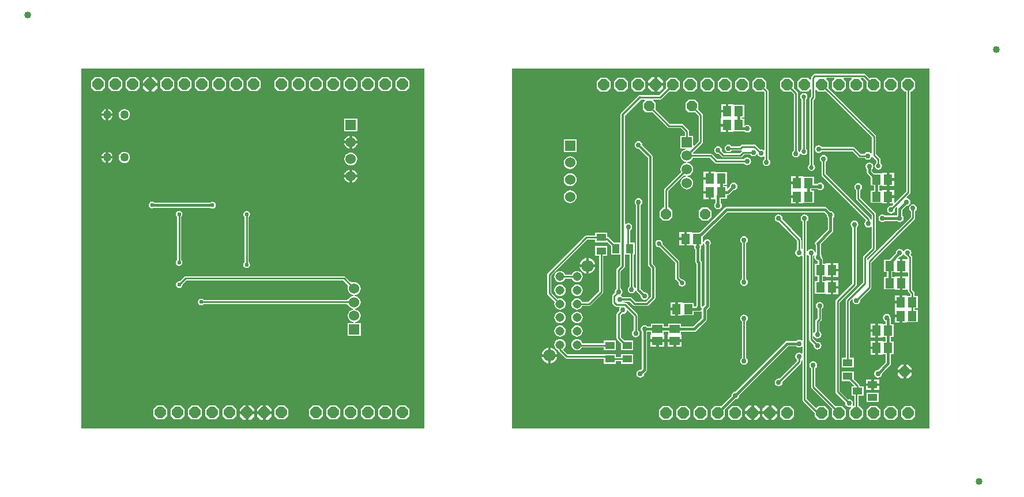
<source format=gbl>
G04*
G04 #@! TF.GenerationSoftware,Altium Limited,Altium Designer,20.0.13 (296)*
G04*
G04 Layer_Physical_Order=2*
G04 Layer_Color=16711680*
%FSLAX24Y24*%
%MOIN*%
G70*
G01*
G75*
%ADD11C,0.0100*%
%ADD13C,0.0120*%
%ADD19R,0.0512X0.0591*%
%ADD23R,0.0551X0.0433*%
%ADD24R,0.0433X0.0551*%
%ADD25R,0.0551X0.0394*%
%ADD27R,0.0591X0.0512*%
%ADD58C,0.0400*%
%ADD59C,0.0160*%
%ADD61P,0.0714X8X22.5*%
%ADD62P,0.0649X8X22.5*%
%ADD63R,0.0600X0.0600*%
%ADD64C,0.0600*%
%ADD65C,0.0515*%
%ADD66C,0.0709*%
%ADD67C,0.0500*%
%ADD68C,0.0300*%
%ADD69C,0.0270*%
%ADD70C,0.0240*%
%ADD71C,0.0250*%
G36*
X19909Y82D02*
X82D01*
X82Y20915D01*
X19909D01*
Y82D01*
D02*
G37*
G36*
X49130Y80D02*
X24982D01*
Y20913D01*
X49130D01*
Y80D01*
D02*
G37*
%LPC*%
G36*
X4275Y20410D02*
X4145D01*
Y20075D01*
X4480D01*
Y20205D01*
X4275Y20410D01*
D02*
G37*
G36*
X3995D02*
X3865D01*
X3660Y20205D01*
Y20075D01*
X3995D01*
Y20410D01*
D02*
G37*
G36*
X18870Y20400D02*
X18470D01*
X18270Y20200D01*
Y19800D01*
X18470Y19600D01*
X18870D01*
X19070Y19800D01*
Y20200D01*
X18870Y20400D01*
D02*
G37*
G36*
X17870D02*
X17470D01*
X17270Y20200D01*
Y19800D01*
X17470Y19600D01*
X17870D01*
X18070Y19800D01*
Y20200D01*
X17870Y20400D01*
D02*
G37*
G36*
X16870D02*
X16470D01*
X16270Y20200D01*
Y19800D01*
X16470Y19600D01*
X16870D01*
X17070Y19800D01*
Y20200D01*
X16870Y20400D01*
D02*
G37*
G36*
X15870D02*
X15470D01*
X15270Y20200D01*
Y19800D01*
X15470Y19600D01*
X15870D01*
X16070Y19800D01*
Y20200D01*
X15870Y20400D01*
D02*
G37*
G36*
X14870D02*
X14470D01*
X14270Y20200D01*
Y19800D01*
X14470Y19600D01*
X14870D01*
X15070Y19800D01*
Y20200D01*
X14870Y20400D01*
D02*
G37*
G36*
X13870D02*
X13470D01*
X13270Y20200D01*
Y19800D01*
X13470Y19600D01*
X13870D01*
X14070Y19800D01*
Y20200D01*
X13870Y20400D01*
D02*
G37*
G36*
X12870D02*
X12470D01*
X12270Y20200D01*
Y19800D01*
X12470Y19600D01*
X12870D01*
X13070Y19800D01*
Y20200D01*
X12870Y20400D01*
D02*
G37*
G36*
X11870D02*
X11470D01*
X11270Y20200D01*
Y19800D01*
X11470Y19600D01*
X11870D01*
X12070Y19800D01*
Y20200D01*
X11870Y20400D01*
D02*
G37*
G36*
X10270D02*
X9870D01*
X9670Y20200D01*
Y19800D01*
X9870Y19600D01*
X10270D01*
X10470Y19800D01*
Y20200D01*
X10270Y20400D01*
D02*
G37*
G36*
X9270D02*
X8870D01*
X8670Y20200D01*
Y19800D01*
X8870Y19600D01*
X9270D01*
X9470Y19800D01*
Y20200D01*
X9270Y20400D01*
D02*
G37*
G36*
X8270D02*
X7870D01*
X7670Y20200D01*
Y19800D01*
X7870Y19600D01*
X8270D01*
X8470Y19800D01*
Y20200D01*
X8270Y20400D01*
D02*
G37*
G36*
X7270D02*
X6870D01*
X6670Y20200D01*
Y19800D01*
X6870Y19600D01*
X7270D01*
X7470Y19800D01*
Y20200D01*
X7270Y20400D01*
D02*
G37*
G36*
X6270D02*
X5870D01*
X5670Y20200D01*
Y19800D01*
X5870Y19600D01*
X6270D01*
X6470Y19800D01*
Y20200D01*
X6270Y20400D01*
D02*
G37*
G36*
X5270D02*
X4870D01*
X4670Y20200D01*
Y19800D01*
X4870Y19600D01*
X5270D01*
X5470Y19800D01*
Y20200D01*
X5270Y20400D01*
D02*
G37*
G36*
X3270D02*
X2870D01*
X2670Y20200D01*
Y19800D01*
X2870Y19600D01*
X3270D01*
X3470Y19800D01*
Y20200D01*
X3270Y20400D01*
D02*
G37*
G36*
X2270D02*
X1870D01*
X1670Y20200D01*
Y19800D01*
X1870Y19600D01*
X2270D01*
X2470Y19800D01*
Y20200D01*
X2270Y20400D01*
D02*
G37*
G36*
X1270D02*
X870D01*
X670Y20200D01*
Y19800D01*
X870Y19600D01*
X1270D01*
X1470Y19800D01*
Y20200D01*
X1270Y20400D01*
D02*
G37*
G36*
X4480Y19925D02*
X4145D01*
Y19590D01*
X4275D01*
X4480Y19795D01*
Y19925D01*
D02*
G37*
G36*
X3995D02*
X3660D01*
Y19795D01*
X3865Y19590D01*
X3995D01*
Y19925D01*
D02*
G37*
G36*
X1655Y18573D02*
Y18325D01*
X1903D01*
X1902Y18336D01*
X1868Y18416D01*
X1815Y18485D01*
X1746Y18538D01*
X1666Y18572D01*
X1655Y18573D01*
D02*
G37*
G36*
X1505D02*
X1494Y18572D01*
X1414Y18538D01*
X1345Y18485D01*
X1292Y18416D01*
X1258Y18336D01*
X1257Y18325D01*
X1505D01*
Y18573D01*
D02*
G37*
G36*
X2580Y18573D02*
X2496Y18562D01*
X2419Y18530D01*
X2352Y18478D01*
X2300Y18411D01*
X2268Y18334D01*
X2257Y18250D01*
X2268Y18166D01*
X2300Y18089D01*
X2352Y18022D01*
X2419Y17970D01*
X2496Y17938D01*
X2580Y17927D01*
X2664Y17938D01*
X2741Y17970D01*
X2808Y18022D01*
X2860Y18089D01*
X2892Y18166D01*
X2903Y18250D01*
X2892Y18334D01*
X2860Y18411D01*
X2808Y18478D01*
X2741Y18530D01*
X2664Y18562D01*
X2580Y18573D01*
D02*
G37*
G36*
X1903Y18175D02*
X1655D01*
Y17927D01*
X1666Y17928D01*
X1746Y17962D01*
X1815Y18015D01*
X1868Y18084D01*
X1902Y18164D01*
X1903Y18175D01*
D02*
G37*
G36*
X1505D02*
X1257D01*
X1258Y18164D01*
X1292Y18084D01*
X1345Y18015D01*
X1414Y17962D01*
X1494Y17928D01*
X1505Y17927D01*
Y18175D01*
D02*
G37*
G36*
X16040Y18013D02*
X15300D01*
Y17273D01*
X16040D01*
Y18013D01*
D02*
G37*
G36*
X15745Y17032D02*
Y16734D01*
X16043D01*
X16040Y16758D01*
X16002Y16850D01*
X15941Y16930D01*
X15862Y16991D01*
X15769Y17029D01*
X15745Y17032D01*
D02*
G37*
G36*
X15595D02*
X15571Y17029D01*
X15478Y16991D01*
X15399Y16930D01*
X15338Y16850D01*
X15300Y16758D01*
X15297Y16734D01*
X15595D01*
Y17032D01*
D02*
G37*
G36*
X16043Y16584D02*
X15745D01*
Y16285D01*
X15769Y16288D01*
X15862Y16327D01*
X15941Y16388D01*
X16002Y16467D01*
X16040Y16559D01*
X16043Y16584D01*
D02*
G37*
G36*
X15595D02*
X15297D01*
X15300Y16559D01*
X15338Y16467D01*
X15399Y16388D01*
X15478Y16327D01*
X15571Y16288D01*
X15595Y16285D01*
Y16584D01*
D02*
G37*
G36*
X1655Y16098D02*
Y15850D01*
X1903D01*
X1902Y15861D01*
X1868Y15941D01*
X1815Y16010D01*
X1746Y16063D01*
X1666Y16096D01*
X1655Y16098D01*
D02*
G37*
G36*
X1505D02*
X1494Y16096D01*
X1414Y16063D01*
X1345Y16010D01*
X1292Y15941D01*
X1258Y15861D01*
X1257Y15850D01*
X1505D01*
Y16098D01*
D02*
G37*
G36*
X2580Y16097D02*
X2496Y16086D01*
X2419Y16054D01*
X2352Y16003D01*
X2300Y15936D01*
X2268Y15858D01*
X2257Y15775D01*
X2268Y15691D01*
X2300Y15613D01*
X2352Y15546D01*
X2419Y15495D01*
X2496Y15463D01*
X2580Y15452D01*
X2664Y15463D01*
X2741Y15495D01*
X2808Y15546D01*
X2860Y15613D01*
X2892Y15691D01*
X2903Y15775D01*
X2892Y15858D01*
X2860Y15936D01*
X2808Y16003D01*
X2741Y16054D01*
X2664Y16086D01*
X2580Y16097D01*
D02*
G37*
G36*
X1903Y15700D02*
X1655D01*
Y15452D01*
X1666Y15453D01*
X1746Y15486D01*
X1815Y15539D01*
X1868Y15608D01*
X1902Y15689D01*
X1903Y15700D01*
D02*
G37*
G36*
X1505D02*
X1257D01*
X1258Y15689D01*
X1292Y15608D01*
X1345Y15539D01*
X1414Y15486D01*
X1494Y15453D01*
X1505Y15452D01*
Y15700D01*
D02*
G37*
G36*
X15670Y16048D02*
X15573Y16035D01*
X15483Y15998D01*
X15406Y15938D01*
X15347Y15861D01*
X15310Y15771D01*
X15297Y15674D01*
X15310Y15578D01*
X15347Y15488D01*
X15406Y15410D01*
X15483Y15351D01*
X15573Y15314D01*
X15670Y15301D01*
X15767Y15314D01*
X15857Y15351D01*
X15934Y15410D01*
X15993Y15488D01*
X16030Y15578D01*
X16043Y15674D01*
X16030Y15771D01*
X15993Y15861D01*
X15934Y15938D01*
X15857Y15998D01*
X15767Y16035D01*
X15670Y16048D01*
D02*
G37*
G36*
X15745Y15064D02*
Y14765D01*
X16043D01*
X16040Y14789D01*
X16002Y14882D01*
X15941Y14961D01*
X15862Y15022D01*
X15769Y15060D01*
X15745Y15064D01*
D02*
G37*
G36*
X15595D02*
X15571Y15060D01*
X15478Y15022D01*
X15399Y14961D01*
X15338Y14882D01*
X15300Y14789D01*
X15297Y14765D01*
X15595D01*
Y15064D01*
D02*
G37*
G36*
X16043Y14615D02*
X15745D01*
Y14317D01*
X15769Y14320D01*
X15862Y14358D01*
X15941Y14419D01*
X16002Y14498D01*
X16040Y14591D01*
X16043Y14615D01*
D02*
G37*
G36*
X15595D02*
X15297D01*
X15300Y14591D01*
X15338Y14498D01*
X15399Y14419D01*
X15478Y14358D01*
X15571Y14320D01*
X15595Y14317D01*
Y14615D01*
D02*
G37*
G36*
X4180Y13214D02*
X4106Y13199D01*
X4043Y13157D01*
X4001Y13094D01*
X3986Y13020D01*
X4001Y12946D01*
X4043Y12883D01*
X4106Y12841D01*
X4180Y12826D01*
X4254Y12841D01*
X4271Y12852D01*
X7557D01*
X7596Y12826D01*
X7670Y12812D01*
X7744Y12826D01*
X7807Y12868D01*
X7849Y12931D01*
X7864Y13005D01*
X7849Y13080D01*
X7807Y13142D01*
X7744Y13184D01*
X7670Y13199D01*
X7596Y13184D01*
X7559Y13159D01*
X7536Y13158D01*
X4315D01*
X4254Y13199D01*
X4180Y13214D01*
D02*
G37*
G36*
X5742Y12674D02*
X5668Y12659D01*
X5605Y12617D01*
X5563Y12554D01*
X5548Y12480D01*
X5563Y12406D01*
X5605Y12343D01*
X5612Y12338D01*
X5613Y12336D01*
X5615Y12333D01*
X5616Y12330D01*
X5618Y12325D01*
X5619Y12320D01*
X5620Y12315D01*
Y9845D01*
X5619Y9840D01*
X5618Y9835D01*
X5616Y9830D01*
X5615Y9827D01*
X5613Y9824D01*
X5612Y9822D01*
X5605Y9817D01*
X5563Y9754D01*
X5548Y9680D01*
X5563Y9606D01*
X5605Y9543D01*
X5668Y9501D01*
X5742Y9486D01*
X5816Y9501D01*
X5879Y9543D01*
X5921Y9606D01*
X5936Y9680D01*
X5921Y9754D01*
X5879Y9817D01*
X5872Y9822D01*
X5871Y9824D01*
X5869Y9827D01*
X5868Y9830D01*
X5866Y9835D01*
X5865Y9840D01*
X5864Y9845D01*
Y12315D01*
X5865Y12320D01*
X5866Y12325D01*
X5868Y12330D01*
X5869Y12333D01*
X5871Y12336D01*
X5872Y12338D01*
X5879Y12343D01*
X5921Y12406D01*
X5936Y12480D01*
X5921Y12554D01*
X5879Y12617D01*
X5816Y12659D01*
X5742Y12674D01*
D02*
G37*
G36*
X9650Y12679D02*
X9576Y12664D01*
X9513Y12622D01*
X9471Y12559D01*
X9456Y12485D01*
X9471Y12411D01*
X9513Y12348D01*
X9520Y12343D01*
X9521Y12341D01*
X9523Y12338D01*
X9524Y12335D01*
X9526Y12330D01*
X9527Y12325D01*
X9528Y12320D01*
Y9725D01*
X9527Y9720D01*
X9526Y9715D01*
X9524Y9710D01*
X9523Y9707D01*
X9521Y9704D01*
X9520Y9702D01*
X9513Y9697D01*
X9471Y9634D01*
X9456Y9560D01*
X9471Y9486D01*
X9513Y9423D01*
X9576Y9381D01*
X9650Y9366D01*
X9724Y9381D01*
X9787Y9423D01*
X9829Y9486D01*
X9844Y9560D01*
X9829Y9634D01*
X9787Y9697D01*
X9780Y9702D01*
X9779Y9704D01*
X9777Y9707D01*
X9776Y9710D01*
X9774Y9715D01*
X9773Y9720D01*
X9772Y9725D01*
Y12320D01*
X9773Y12325D01*
X9774Y12330D01*
X9776Y12335D01*
X9777Y12338D01*
X9779Y12341D01*
X9780Y12343D01*
X9787Y12348D01*
X9829Y12411D01*
X9844Y12485D01*
X9829Y12559D01*
X9787Y12622D01*
X9724Y12664D01*
X9650Y12679D01*
D02*
G37*
G36*
X15279Y8890D02*
X6107D01*
X6061Y8880D01*
X6021Y8854D01*
X5780Y8613D01*
X5776Y8610D01*
X5771Y8607D01*
X5767Y8605D01*
X5764Y8604D01*
X5760Y8603D01*
X5758Y8602D01*
X5750Y8604D01*
X5676Y8589D01*
X5613Y8547D01*
X5571Y8484D01*
X5556Y8410D01*
X5571Y8336D01*
X5613Y8273D01*
X5676Y8231D01*
X5750Y8216D01*
X5824Y8231D01*
X5887Y8273D01*
X5929Y8336D01*
X5944Y8410D01*
X5942Y8418D01*
X5943Y8420D01*
X5944Y8424D01*
X5945Y8427D01*
X5947Y8431D01*
X5950Y8436D01*
X5953Y8440D01*
X6158Y8645D01*
X15229D01*
X15454Y8419D01*
X15455Y8419D01*
X15463Y8407D01*
X15470Y8392D01*
X15477Y8372D01*
X15484Y8349D01*
X15489Y8323D01*
X15493Y8293D01*
X15498Y8220D01*
X15499Y8190D01*
X15497Y8177D01*
X15510Y8080D01*
X15547Y7990D01*
X15606Y7913D01*
X15683Y7854D01*
X15773Y7816D01*
X15834Y7808D01*
Y7758D01*
X15773Y7750D01*
X15683Y7713D01*
X15606Y7653D01*
X15601Y7646D01*
X15584Y7631D01*
X15527Y7584D01*
X15502Y7566D01*
X15478Y7551D01*
X15456Y7539D01*
X15437Y7531D01*
X15421Y7525D01*
X15407Y7522D01*
X15407Y7522D01*
X7185D01*
X7180Y7523D01*
X7175Y7524D01*
X7170Y7526D01*
X7167Y7527D01*
X7164Y7529D01*
X7162Y7530D01*
X7157Y7537D01*
X7094Y7579D01*
X7020Y7594D01*
X6946Y7579D01*
X6883Y7537D01*
X6841Y7474D01*
X6826Y7400D01*
X6841Y7326D01*
X6883Y7263D01*
X6946Y7221D01*
X7020Y7206D01*
X7094Y7221D01*
X7157Y7263D01*
X7162Y7270D01*
X7164Y7271D01*
X7167Y7273D01*
X7170Y7274D01*
X7175Y7276D01*
X7180Y7277D01*
X7185Y7278D01*
X15403D01*
X15404Y7278D01*
X15418Y7275D01*
X15434Y7269D01*
X15452Y7261D01*
X15472Y7249D01*
X15494Y7234D01*
X15517Y7216D01*
X15569Y7167D01*
X15596Y7139D01*
X15606Y7125D01*
X15683Y7066D01*
X15773Y7029D01*
X15834Y7021D01*
Y6970D01*
X15773Y6962D01*
X15683Y6925D01*
X15606Y6866D01*
X15547Y6789D01*
X15510Y6699D01*
X15497Y6602D01*
X15510Y6505D01*
X15547Y6415D01*
X15606Y6338D01*
X15683Y6279D01*
X15773Y6241D01*
X15826Y6235D01*
X15823Y6185D01*
X15500D01*
Y5445D01*
X16240D01*
Y6185D01*
X15917D01*
X15914Y6235D01*
X15967Y6241D01*
X16057Y6279D01*
X16134Y6338D01*
X16193Y6415D01*
X16230Y6505D01*
X16243Y6602D01*
X16230Y6699D01*
X16193Y6789D01*
X16134Y6866D01*
X16057Y6925D01*
X15967Y6962D01*
X15906Y6970D01*
Y7021D01*
X15967Y7029D01*
X16057Y7066D01*
X16134Y7125D01*
X16193Y7203D01*
X16230Y7293D01*
X16243Y7389D01*
X16230Y7486D01*
X16193Y7576D01*
X16134Y7653D01*
X16057Y7713D01*
X15967Y7750D01*
X15906Y7758D01*
Y7808D01*
X15967Y7816D01*
X16057Y7854D01*
X16134Y7913D01*
X16193Y7990D01*
X16230Y8080D01*
X16243Y8177D01*
X16230Y8273D01*
X16193Y8363D01*
X16134Y8441D01*
X16057Y8500D01*
X15967Y8537D01*
X15870Y8550D01*
X15857Y8548D01*
X15826Y8548D01*
X15754Y8553D01*
X15724Y8558D01*
X15697Y8563D01*
X15674Y8569D01*
X15655Y8577D01*
X15640Y8584D01*
X15628Y8592D01*
X15627Y8592D01*
X15366Y8854D01*
X15326Y8880D01*
X15279Y8890D01*
D02*
G37*
G36*
X10875Y1410D02*
X10745D01*
Y1075D01*
X11080D01*
Y1205D01*
X10875Y1410D01*
D02*
G37*
G36*
X10595D02*
X10465D01*
X10260Y1205D01*
Y1075D01*
X10595D01*
Y1410D01*
D02*
G37*
G36*
X9875D02*
X9745D01*
Y1075D01*
X10080D01*
Y1205D01*
X9875Y1410D01*
D02*
G37*
G36*
X9595D02*
X9465D01*
X9260Y1205D01*
Y1075D01*
X9595D01*
Y1410D01*
D02*
G37*
G36*
X18870Y1400D02*
X18470D01*
X18270Y1200D01*
Y800D01*
X18470Y600D01*
X18870D01*
X19070Y800D01*
Y1200D01*
X18870Y1400D01*
D02*
G37*
G36*
X17870D02*
X17470D01*
X17270Y1200D01*
Y800D01*
X17470Y600D01*
X17870D01*
X18070Y800D01*
Y1200D01*
X17870Y1400D01*
D02*
G37*
G36*
X16870D02*
X16470D01*
X16270Y1200D01*
Y800D01*
X16470Y600D01*
X16870D01*
X17070Y800D01*
Y1200D01*
X16870Y1400D01*
D02*
G37*
G36*
X15870D02*
X15470D01*
X15270Y1200D01*
Y800D01*
X15470Y600D01*
X15870D01*
X16070Y800D01*
Y1200D01*
X15870Y1400D01*
D02*
G37*
G36*
X14870D02*
X14470D01*
X14270Y1200D01*
Y800D01*
X14470Y600D01*
X14870D01*
X15070Y800D01*
Y1200D01*
X14870Y1400D01*
D02*
G37*
G36*
X13870D02*
X13470D01*
X13270Y1200D01*
Y800D01*
X13470Y600D01*
X13870D01*
X14070Y800D01*
Y1200D01*
X13870Y1400D01*
D02*
G37*
G36*
X11870D02*
X11470D01*
X11270Y1200D01*
Y800D01*
X11470Y600D01*
X11870D01*
X12070Y800D01*
Y1200D01*
X11870Y1400D01*
D02*
G37*
G36*
X8870D02*
X8470D01*
X8270Y1200D01*
Y800D01*
X8470Y600D01*
X8870D01*
X9070Y800D01*
Y1200D01*
X8870Y1400D01*
D02*
G37*
G36*
X7870D02*
X7470D01*
X7270Y1200D01*
Y800D01*
X7470Y600D01*
X7870D01*
X8070Y800D01*
Y1200D01*
X7870Y1400D01*
D02*
G37*
G36*
X6870D02*
X6470D01*
X6270Y1200D01*
Y800D01*
X6470Y600D01*
X6870D01*
X7070Y800D01*
Y1200D01*
X6870Y1400D01*
D02*
G37*
G36*
X5870D02*
X5470D01*
X5270Y1200D01*
Y800D01*
X5470Y600D01*
X5870D01*
X6070Y800D01*
Y1200D01*
X5870Y1400D01*
D02*
G37*
G36*
X4870D02*
X4470D01*
X4270Y1200D01*
Y800D01*
X4470Y600D01*
X4870D01*
X5070Y800D01*
Y1200D01*
X4870Y1400D01*
D02*
G37*
G36*
X11080Y925D02*
X10745D01*
Y590D01*
X10875D01*
X11080Y795D01*
Y925D01*
D02*
G37*
G36*
X10595D02*
X10260D01*
Y795D01*
X10465Y590D01*
X10595D01*
Y925D01*
D02*
G37*
G36*
X10080D02*
X9745D01*
Y590D01*
X9875D01*
X10080Y795D01*
Y925D01*
D02*
G37*
G36*
X9595D02*
X9260D01*
Y795D01*
X9465Y590D01*
X9595D01*
Y925D01*
D02*
G37*
G36*
X45350Y20620D02*
X42500D01*
X42453Y20611D01*
X42413Y20585D01*
X42313Y20485D01*
X42287Y20445D01*
X42278Y20398D01*
Y20286D01*
X42231Y20267D01*
X42100Y20398D01*
X41700D01*
X41500Y20198D01*
Y19798D01*
X41700Y19598D01*
X42100D01*
X42231Y19729D01*
X42278Y19710D01*
Y19299D01*
X42213Y19235D01*
X42187Y19195D01*
X42178Y19148D01*
Y15363D01*
X42152Y15346D01*
X42107Y15278D01*
X42091Y15198D01*
X42107Y15118D01*
X42152Y15050D01*
X42220Y15005D01*
X42300Y14989D01*
X42380Y15005D01*
X42448Y15050D01*
X42493Y15118D01*
X42509Y15198D01*
X42493Y15278D01*
X42448Y15346D01*
X42422Y15363D01*
Y19097D01*
X42487Y19162D01*
X42513Y19201D01*
X42522Y19248D01*
Y19710D01*
X42569Y19729D01*
X42700Y19598D01*
X43100D01*
X43113Y19612D01*
X45788Y16937D01*
Y16010D01*
X45738Y15994D01*
X45721Y16019D01*
X45648Y16068D01*
X45563Y16085D01*
X45477Y16068D01*
X45404Y16019D01*
X45380Y15983D01*
X45151D01*
X44799Y16335D01*
X44759Y16361D01*
X44713Y16370D01*
X42903D01*
X42879Y16407D01*
X42806Y16455D01*
X42720Y16472D01*
X42634Y16455D01*
X42561Y16407D01*
X42513Y16334D01*
X42496Y16248D01*
X42513Y16162D01*
X42561Y16089D01*
X42634Y16041D01*
X42720Y16024D01*
X42806Y16041D01*
X42879Y16089D01*
X42903Y16126D01*
X44662D01*
X45013Y15774D01*
X45053Y15747D01*
X45100Y15738D01*
X45380D01*
X45404Y15702D01*
X45477Y15653D01*
X45563Y15636D01*
X45648Y15653D01*
X45721Y15702D01*
X45770Y15775D01*
X45775Y15803D01*
X45804Y15814D01*
X45829Y15816D01*
X46048Y15597D01*
Y15433D01*
X46022Y15416D01*
X45977Y15348D01*
X45961Y15268D01*
X45977Y15188D01*
X46022Y15120D01*
X46090Y15075D01*
X46170Y15059D01*
X46250Y15075D01*
X46318Y15120D01*
X46363Y15188D01*
X46379Y15268D01*
X46363Y15348D01*
X46318Y15416D01*
X46292Y15433D01*
Y15648D01*
X46283Y15695D01*
X46257Y15735D01*
X46032Y15959D01*
Y16988D01*
X46023Y17035D01*
X45997Y17075D01*
X43287Y19785D01*
X43300Y19798D01*
Y20198D01*
X43169Y20329D01*
X43188Y20376D01*
X43612D01*
X43631Y20329D01*
X43500Y20198D01*
Y19798D01*
X43700Y19598D01*
X44100D01*
X44300Y19798D01*
Y20198D01*
X44169Y20329D01*
X44188Y20376D01*
X44612D01*
X44631Y20329D01*
X44500Y20198D01*
Y19798D01*
X44700Y19598D01*
X45100D01*
X45300Y19798D01*
Y20198D01*
X45169Y20329D01*
X45188Y20376D01*
X45299D01*
X45500Y20175D01*
Y19798D01*
X45700Y19598D01*
X46100D01*
X46300Y19798D01*
Y20198D01*
X46100Y20398D01*
X45700D01*
X45662Y20360D01*
X45437Y20585D01*
X45397Y20611D01*
X45350Y20620D01*
D02*
G37*
G36*
X33515Y20428D02*
X33375D01*
Y20073D01*
X33730D01*
Y20213D01*
X33515Y20428D01*
D02*
G37*
G36*
X33225D02*
X33085D01*
X32870Y20213D01*
Y20073D01*
X33225D01*
Y20428D01*
D02*
G37*
G36*
X47100Y20398D02*
X46700D01*
X46500Y20198D01*
Y19798D01*
X46700Y19598D01*
X47100D01*
X47300Y19798D01*
Y20198D01*
X47100Y20398D01*
D02*
G37*
G36*
X38500D02*
X38100D01*
X37900Y20198D01*
Y19798D01*
X38100Y19598D01*
X38500D01*
X38700Y19798D01*
Y20198D01*
X38500Y20398D01*
D02*
G37*
G36*
X37500D02*
X37100D01*
X36900Y20198D01*
Y19798D01*
X37100Y19598D01*
X37500D01*
X37700Y19798D01*
Y20198D01*
X37500Y20398D01*
D02*
G37*
G36*
X36500D02*
X36100D01*
X35900Y20198D01*
Y19798D01*
X36100Y19598D01*
X36500D01*
X36700Y19798D01*
Y20198D01*
X36500Y20398D01*
D02*
G37*
G36*
X35500D02*
X35100D01*
X34900Y20198D01*
Y19798D01*
X35100Y19598D01*
X35500D01*
X35700Y19798D01*
Y20198D01*
X35500Y20398D01*
D02*
G37*
G36*
X34500D02*
X34100D01*
X33900Y20198D01*
Y19798D01*
X33913Y19785D01*
X33499Y19370D01*
X32451D01*
X32451Y19370D01*
X32400Y19381D01*
X32349Y19370D01*
X32306Y19342D01*
X31306Y18342D01*
X31278Y18299D01*
X31267Y18248D01*
Y10844D01*
X30877D01*
X30575Y11146D01*
X30536Y11172D01*
X30496Y11180D01*
Y11428D01*
X29804D01*
Y11264D01*
X29294D01*
X29247Y11255D01*
X29207Y11228D01*
X27063Y9085D01*
X27037Y9045D01*
X27028Y8998D01*
Y7904D01*
X27037Y7857D01*
X27063Y7817D01*
X27459Y7422D01*
X27441Y7379D01*
X27430Y7293D01*
X27441Y7208D01*
X27474Y7128D01*
X27527Y7060D01*
X27595Y7007D01*
X27675Y6974D01*
X27760Y6963D01*
X27846Y6974D01*
X27925Y7007D01*
X27994Y7060D01*
X28046Y7128D01*
X28079Y7208D01*
X28091Y7293D01*
X28079Y7379D01*
X28046Y7459D01*
X27994Y7527D01*
X27925Y7579D01*
X27846Y7612D01*
X27760Y7624D01*
X27675Y7612D01*
X27632Y7595D01*
X27272Y7954D01*
Y8947D01*
X29344Y11019D01*
X29804D01*
Y10855D01*
X30496D01*
X30496Y10855D01*
Y10855D01*
X30538Y10837D01*
X30720Y10655D01*
Y10152D01*
X31267D01*
Y9539D01*
X31063Y9335D01*
X31037Y9295D01*
X31028Y9248D01*
Y8181D01*
X30991Y8157D01*
X30943Y8084D01*
X30926Y7998D01*
X30934Y7955D01*
X30813Y7835D01*
X30787Y7795D01*
X30778Y7748D01*
Y7373D01*
X30787Y7326D01*
X30813Y7287D01*
X30938Y7162D01*
X30978Y7135D01*
X31025Y7126D01*
X31205D01*
X31229Y7076D01*
X31193Y7021D01*
X31176Y6936D01*
X31184Y6893D01*
X31073Y6782D01*
X31047Y6742D01*
X31037Y6695D01*
Y5323D01*
X31047Y5276D01*
X31073Y5236D01*
X31304Y5005D01*
Y4605D01*
X31996D01*
Y5178D01*
X31477D01*
X31282Y5374D01*
Y6645D01*
X31357Y6720D01*
X31400Y6711D01*
X31486Y6728D01*
X31559Y6777D01*
X31607Y6850D01*
X31619Y6910D01*
X31673Y6927D01*
X32022Y6578D01*
Y5771D01*
X31985Y5747D01*
X31937Y5674D01*
X31920Y5589D01*
X31937Y5503D01*
X31985Y5430D01*
X32058Y5381D01*
X32144Y5364D01*
X32230Y5381D01*
X32303Y5430D01*
X32351Y5503D01*
X32368Y5589D01*
X32351Y5674D01*
X32303Y5747D01*
X32266Y5771D01*
Y6593D01*
X32272Y6623D01*
X32263Y6670D01*
X32237Y6710D01*
X31612Y7335D01*
X31572Y7361D01*
X31525Y7370D01*
X31458D01*
X31430Y7420D01*
X31435Y7428D01*
X31773D01*
X31997Y7204D01*
X32040Y7176D01*
X32090Y7165D01*
X32800D01*
X32851Y7176D01*
X32894Y7204D01*
X33244Y7554D01*
X33272Y7597D01*
X33283Y7648D01*
Y9398D01*
X33272Y9449D01*
X33244Y9492D01*
X33113Y9623D01*
Y15818D01*
X33102Y15869D01*
X33074Y15912D01*
X32518Y16467D01*
X32524Y16498D01*
X32507Y16584D01*
X32459Y16657D01*
X32386Y16705D01*
X32300Y16722D01*
X32214Y16705D01*
X32141Y16657D01*
X32093Y16584D01*
X32076Y16498D01*
X32093Y16412D01*
X32141Y16339D01*
X32214Y16291D01*
X32300Y16274D01*
X32331Y16280D01*
X32847Y15763D01*
Y9568D01*
X32858Y9517D01*
X32886Y9474D01*
X33017Y9343D01*
Y7703D01*
X32745Y7431D01*
X32145D01*
X31922Y7654D01*
X31879Y7683D01*
X31828Y7693D01*
X31389D01*
X31371Y7719D01*
X31298Y7768D01*
X31293Y7769D01*
X31282Y7822D01*
X31309Y7839D01*
X31357Y7912D01*
X31374Y7998D01*
X31357Y8084D01*
X31309Y8157D01*
X31272Y8181D01*
Y9197D01*
X31451Y9376D01*
X31451Y9376D01*
X31494Y9404D01*
X31522Y9447D01*
X31533Y9498D01*
Y10152D01*
X31778D01*
Y8306D01*
X31741Y8282D01*
X31693Y8209D01*
X31676Y8123D01*
X31693Y8037D01*
X31741Y7964D01*
X31814Y7916D01*
X31900Y7899D01*
X31986Y7916D01*
X32059Y7964D01*
X32107Y8037D01*
X32119Y8095D01*
X32167Y8098D01*
X32178Y8047D01*
X32206Y8004D01*
X32432Y7779D01*
X32426Y7748D01*
X32443Y7662D01*
X32491Y7589D01*
X32564Y7541D01*
X32650Y7524D01*
X32736Y7541D01*
X32809Y7589D01*
X32857Y7662D01*
X32874Y7748D01*
X32857Y7834D01*
X32809Y7907D01*
X32736Y7955D01*
X32650Y7972D01*
X32619Y7966D01*
X32433Y8153D01*
Y13022D01*
X32459Y13039D01*
X32507Y13112D01*
X32524Y13198D01*
X32507Y13284D01*
X32459Y13357D01*
X32386Y13405D01*
X32300Y13422D01*
X32214Y13405D01*
X32141Y13357D01*
X32093Y13284D01*
X32076Y13198D01*
X32093Y13112D01*
X32141Y13039D01*
X32167Y13022D01*
Y8162D01*
X32117Y8158D01*
X32107Y8209D01*
X32059Y8282D01*
X32022Y8306D01*
Y10152D01*
X32080D01*
Y10844D01*
X31822D01*
Y11557D01*
X31871Y11589D01*
X31920Y11662D01*
X31937Y11748D01*
X31920Y11834D01*
X31871Y11907D01*
X31798Y11955D01*
X31713Y11972D01*
X31627Y11955D01*
X31583Y11926D01*
X31533Y11953D01*
Y18193D01*
X32465Y19126D01*
X32672D01*
X32692Y19076D01*
X32550Y18933D01*
Y18563D01*
X32735Y18378D01*
X33105D01*
X33111Y18384D01*
X33983Y17512D01*
X34023Y17485D01*
X34070Y17476D01*
X34749D01*
X34978Y17247D01*
Y17030D01*
X34730D01*
Y16290D01*
X35053D01*
X35056Y16240D01*
X35003Y16233D01*
X34913Y16196D01*
X34836Y16137D01*
X34777Y16059D01*
X34740Y15969D01*
X34727Y15873D01*
X34740Y15776D01*
X34777Y15686D01*
X34836Y15609D01*
X34913Y15550D01*
X35003Y15512D01*
X35064Y15504D01*
Y15454D01*
X35003Y15446D01*
X34913Y15409D01*
X34836Y15349D01*
X34777Y15272D01*
X34740Y15182D01*
X34727Y15085D01*
X34740Y14989D01*
X34766Y14925D01*
X33813Y13972D01*
X33787Y13932D01*
X33778Y13885D01*
Y12868D01*
X33715D01*
X33530Y12683D01*
Y12313D01*
X33715Y12128D01*
X34085D01*
X34270Y12313D01*
Y12683D01*
X34085Y12868D01*
X34022D01*
Y13835D01*
X34939Y14752D01*
X35003Y14725D01*
X35064Y14717D01*
Y14667D01*
X35003Y14659D01*
X34913Y14621D01*
X34836Y14562D01*
X34777Y14485D01*
X34740Y14395D01*
X34727Y14298D01*
X34740Y14201D01*
X34777Y14111D01*
X34836Y14034D01*
X34913Y13975D01*
X35003Y13938D01*
X35100Y13925D01*
X35197Y13938D01*
X35287Y13975D01*
X35364Y14034D01*
X35423Y14111D01*
X35460Y14201D01*
X35473Y14298D01*
X35460Y14395D01*
X35423Y14485D01*
X35364Y14562D01*
X35287Y14621D01*
X35197Y14659D01*
X35136Y14667D01*
Y14717D01*
X35197Y14725D01*
X35287Y14762D01*
X35364Y14822D01*
X35423Y14899D01*
X35460Y14989D01*
X35473Y15085D01*
X35460Y15182D01*
X35423Y15272D01*
X35364Y15349D01*
X35287Y15409D01*
X35197Y15446D01*
X35136Y15454D01*
Y15504D01*
X35197Y15512D01*
X35287Y15550D01*
X35364Y15609D01*
X35423Y15686D01*
X35450Y15750D01*
X36425D01*
X36713Y15462D01*
X36753Y15435D01*
X36800Y15426D01*
X38405D01*
X38429Y15389D01*
X38502Y15341D01*
X38588Y15324D01*
X38673Y15341D01*
X38746Y15389D01*
X38795Y15462D01*
X38812Y15548D01*
X38795Y15634D01*
X38746Y15707D01*
X38673Y15755D01*
X38588Y15772D01*
X38502Y15755D01*
X38429Y15707D01*
X38405Y15670D01*
X36851D01*
X36562Y15959D01*
X36522Y15986D01*
X36475Y15995D01*
X35462D01*
X35442Y16042D01*
X35987Y16586D01*
X36013Y16626D01*
X36022Y16673D01*
Y18228D01*
X36013Y18275D01*
X35987Y18315D01*
X35744Y18557D01*
X35750Y18563D01*
Y18933D01*
X35565Y19118D01*
X35195D01*
X35010Y18933D01*
Y18563D01*
X35195Y18378D01*
X35565D01*
X35571Y18384D01*
X35778Y18178D01*
Y16724D01*
X35516Y16462D01*
X35470Y16481D01*
Y17030D01*
X35222D01*
Y17298D01*
X35213Y17345D01*
X35187Y17385D01*
X34887Y17685D01*
X34847Y17711D01*
X34800Y17720D01*
X34120D01*
X33284Y18557D01*
X33290Y18563D01*
Y18933D01*
X33147Y19076D01*
X33168Y19126D01*
X33550D01*
X33597Y19135D01*
X33637Y19162D01*
X34087Y19612D01*
X34100Y19598D01*
X34500D01*
X34700Y19798D01*
Y20198D01*
X34500Y20398D01*
D02*
G37*
G36*
X32500D02*
X32100D01*
X31900Y20198D01*
Y19798D01*
X32100Y19598D01*
X32500D01*
X32700Y19798D01*
Y20198D01*
X32500Y20398D01*
D02*
G37*
G36*
X31500D02*
X31100D01*
X30900Y20198D01*
Y19798D01*
X31100Y19598D01*
X31500D01*
X31700Y19798D01*
Y20198D01*
X31500Y20398D01*
D02*
G37*
G36*
X30500D02*
X30100D01*
X29900Y20198D01*
Y19798D01*
X30100Y19598D01*
X30500D01*
X30700Y19798D01*
Y20198D01*
X30500Y20398D01*
D02*
G37*
G36*
X33730Y19923D02*
X33375D01*
Y19568D01*
X33515D01*
X33730Y19783D01*
Y19923D01*
D02*
G37*
G36*
X33225D02*
X32870D01*
Y19783D01*
X33085Y19568D01*
X33225D01*
Y19923D01*
D02*
G37*
G36*
X37355Y18840D02*
X37074D01*
Y18520D01*
X37355D01*
Y18840D01*
D02*
G37*
G36*
X37786D02*
X37505D01*
Y18445D01*
X37430D01*
Y18370D01*
X37074D01*
Y18050D01*
X37074D01*
X37070Y18032D01*
X37070Y18032D01*
X37070Y18001D01*
Y17711D01*
X37426D01*
Y17636D01*
X37501D01*
Y17241D01*
X37782D01*
Y17271D01*
X38421D01*
X38421Y17271D01*
X38468Y17263D01*
X38519Y17229D01*
X38605Y17212D01*
X38690Y17229D01*
X38763Y17278D01*
X38812Y17350D01*
X38829Y17436D01*
X38812Y17522D01*
X38763Y17595D01*
X38690Y17643D01*
X38605Y17661D01*
X38519Y17643D01*
X38471Y17612D01*
X38421Y17638D01*
Y18002D01*
X38248D01*
Y18080D01*
X38426D01*
Y18810D01*
X37786D01*
Y18840D01*
D02*
G37*
G36*
X37351Y17561D02*
X37070D01*
Y17241D01*
X37351D01*
Y17561D01*
D02*
G37*
G36*
X39500Y20398D02*
X39100D01*
X38900Y20198D01*
Y19798D01*
X39100Y19598D01*
X39500D01*
X39513Y19612D01*
X39578Y19547D01*
Y16219D01*
X39528Y16193D01*
X39486Y16220D01*
X39400Y16238D01*
X39345Y16227D01*
X39087Y16485D01*
X39047Y16511D01*
X39000Y16520D01*
X38300D01*
X38253Y16511D01*
X38213Y16485D01*
X38149Y16420D01*
X37683D01*
X37659Y16457D01*
X37586Y16505D01*
X37500Y16522D01*
X37414Y16505D01*
X37341Y16457D01*
X37293Y16384D01*
X37276Y16298D01*
X37293Y16212D01*
X37341Y16139D01*
X37414Y16091D01*
X37500Y16074D01*
X37586Y16091D01*
X37659Y16139D01*
X37683Y16176D01*
X38200D01*
X38247Y16185D01*
X38276Y16147D01*
X38274Y16145D01*
X38149Y16020D01*
X37251D01*
X37116Y16155D01*
X37124Y16198D01*
X37107Y16284D01*
X37059Y16357D01*
X36986Y16405D01*
X36900Y16422D01*
X36814Y16405D01*
X36741Y16357D01*
X36693Y16284D01*
X36676Y16198D01*
X36693Y16112D01*
X36741Y16039D01*
X36814Y15991D01*
X36900Y15974D01*
X36943Y15982D01*
X37113Y15812D01*
X37153Y15785D01*
X37200Y15776D01*
X38200D01*
X38247Y15785D01*
X38287Y15812D01*
X38413Y15938D01*
X38767D01*
X38791Y15902D01*
X38864Y15853D01*
X38950Y15836D01*
X39036Y15853D01*
X39109Y15902D01*
X39138Y15946D01*
X39191Y15935D01*
X39193Y15927D01*
X39241Y15855D01*
X39314Y15806D01*
X39400Y15789D01*
X39486Y15806D01*
X39528Y15834D01*
X39578Y15807D01*
Y15681D01*
X39541Y15657D01*
X39493Y15584D01*
X39476Y15498D01*
X39493Y15412D01*
X39541Y15339D01*
X39614Y15291D01*
X39700Y15274D01*
X39786Y15291D01*
X39859Y15339D01*
X39907Y15412D01*
X39924Y15498D01*
X39907Y15584D01*
X39859Y15657D01*
X39822Y15681D01*
Y19598D01*
X39813Y19645D01*
X39787Y19685D01*
X39687Y19785D01*
X39700Y19798D01*
Y20198D01*
X39500Y20398D01*
D02*
G37*
G36*
X28720Y16821D02*
X27980D01*
Y16081D01*
X28720D01*
Y16821D01*
D02*
G37*
G36*
X41100Y20398D02*
X40700D01*
X40500Y20198D01*
Y19798D01*
X40700Y19598D01*
X41100D01*
X41113Y19612D01*
X41278Y19447D01*
Y16181D01*
X41241Y16157D01*
X41193Y16084D01*
X41176Y15998D01*
X41193Y15912D01*
X41241Y15839D01*
X41314Y15791D01*
X41400Y15774D01*
X41486Y15791D01*
X41559Y15839D01*
X41607Y15912D01*
X41624Y15998D01*
X41621Y16013D01*
X41667Y16028D01*
X41712Y15960D01*
X41780Y15915D01*
X41860Y15899D01*
X41940Y15915D01*
X42008Y15960D01*
X42053Y16028D01*
X42069Y16108D01*
X42053Y16188D01*
X42008Y16256D01*
X41982Y16273D01*
Y19123D01*
X42008Y19140D01*
X42053Y19208D01*
X42069Y19288D01*
X42053Y19368D01*
X42008Y19436D01*
X41940Y19481D01*
X41860Y19497D01*
X41780Y19481D01*
X41712Y19436D01*
X41667Y19368D01*
X41651Y19288D01*
X41667Y19208D01*
X41712Y19140D01*
X41738Y19123D01*
Y16273D01*
X41712Y16256D01*
X41667Y16188D01*
X41651Y16108D01*
X41653Y16099D01*
X41607Y16084D01*
X41559Y16157D01*
X41522Y16181D01*
Y19498D01*
X41513Y19545D01*
X41487Y19585D01*
X41287Y19785D01*
X41300Y19798D01*
Y20198D01*
X41100Y20398D01*
D02*
G37*
G36*
X28350Y15840D02*
X28253Y15827D01*
X28163Y15790D01*
X28086Y15730D01*
X28027Y15653D01*
X27990Y15563D01*
X27977Y15467D01*
X27990Y15370D01*
X28027Y15280D01*
X28086Y15203D01*
X28163Y15143D01*
X28253Y15106D01*
X28350Y15093D01*
X28447Y15106D01*
X28537Y15143D01*
X28614Y15203D01*
X28673Y15280D01*
X28710Y15370D01*
X28723Y15467D01*
X28710Y15563D01*
X28673Y15653D01*
X28614Y15730D01*
X28537Y15790D01*
X28447Y15827D01*
X28350Y15840D01*
D02*
G37*
G36*
X36340Y14943D02*
X36060D01*
Y14623D01*
X36340D01*
Y14943D01*
D02*
G37*
G36*
X47091Y14893D02*
X46810D01*
Y14573D01*
X47091D01*
Y14893D01*
D02*
G37*
G36*
X41390Y14693D02*
X41109D01*
Y14373D01*
X41390D01*
Y14693D01*
D02*
G37*
G36*
X28350Y14855D02*
X28253Y14843D01*
X28163Y14805D01*
X28086Y14746D01*
X28027Y14669D01*
X27990Y14579D01*
X27977Y14482D01*
X27990Y14386D01*
X28027Y14296D01*
X28086Y14218D01*
X28163Y14159D01*
X28253Y14122D01*
X28350Y14109D01*
X28447Y14122D01*
X28537Y14159D01*
X28614Y14218D01*
X28673Y14296D01*
X28710Y14386D01*
X28723Y14482D01*
X28710Y14579D01*
X28673Y14669D01*
X28614Y14746D01*
X28537Y14805D01*
X28447Y14843D01*
X28350Y14855D01*
D02*
G37*
G36*
X47091Y14423D02*
X46810D01*
Y14103D01*
X47091D01*
Y14423D01*
D02*
G37*
G36*
X45650Y15472D02*
X45564Y15455D01*
X45491Y15407D01*
X45443Y15334D01*
X45426Y15248D01*
X45443Y15162D01*
X45491Y15089D01*
X45497Y15086D01*
Y14913D01*
X45509Y14855D01*
X45542Y14805D01*
X45739Y14608D01*
Y14133D01*
X45912D01*
Y13863D01*
X45739D01*
Y13133D01*
X46379D01*
Y13103D01*
X46660D01*
Y13498D01*
Y13893D01*
X46379D01*
Y13863D01*
X46218D01*
Y14133D01*
X46379D01*
Y14103D01*
X46660D01*
Y14498D01*
Y14893D01*
X46379D01*
Y14863D01*
X45916D01*
X45803Y14977D01*
Y15086D01*
X45809Y15089D01*
X45857Y15162D01*
X45874Y15248D01*
X45857Y15334D01*
X45809Y15407D01*
X45736Y15455D01*
X45650Y15472D01*
D02*
G37*
G36*
X41821Y14693D02*
X41540D01*
Y14298D01*
X41465D01*
Y14223D01*
X41109D01*
Y13903D01*
X41109D01*
Y13893D01*
X41109D01*
Y13573D01*
X41465D01*
Y13498D01*
X41540D01*
Y13103D01*
X41821D01*
Y13133D01*
X42460D01*
Y13863D01*
X42288D01*
Y13933D01*
X42460D01*
Y13945D01*
X42638D01*
X42641Y13939D01*
X42714Y13891D01*
X42800Y13874D01*
X42886Y13891D01*
X42959Y13939D01*
X43007Y14012D01*
X43024Y14098D01*
X43007Y14184D01*
X42959Y14257D01*
X42886Y14305D01*
X42800Y14322D01*
X42714Y14305D01*
X42641Y14257D01*
X42638Y14251D01*
X42460D01*
Y14663D01*
X41821D01*
Y14693D01*
D02*
G37*
G36*
X36771Y14943D02*
X36490D01*
Y14548D01*
X36415D01*
Y14473D01*
X36060D01*
Y14153D01*
X36060D01*
Y14143D01*
X36060D01*
Y13823D01*
X36415D01*
Y13748D01*
X36490D01*
Y13353D01*
X36747D01*
Y13160D01*
X36741Y13157D01*
X36693Y13084D01*
X36676Y12998D01*
X36693Y12912D01*
X36741Y12839D01*
X36814Y12791D01*
X36900Y12774D01*
X36986Y12791D01*
X37059Y12839D01*
X37107Y12912D01*
X37124Y12998D01*
X37107Y13084D01*
X37059Y13157D01*
X37053Y13160D01*
Y13383D01*
X37411D01*
Y13595D01*
X37450D01*
X37509Y13607D01*
X37558Y13640D01*
X37793Y13875D01*
X37800Y13874D01*
X37886Y13891D01*
X37959Y13939D01*
X38007Y14012D01*
X38024Y14098D01*
X38007Y14184D01*
X37959Y14257D01*
X37886Y14305D01*
X37800Y14322D01*
X37714Y14305D01*
X37641Y14257D01*
X37593Y14184D01*
X37576Y14098D01*
X37577Y14091D01*
X37457Y13971D01*
X37411Y13990D01*
Y14113D01*
X37238D01*
Y14183D01*
X37411D01*
Y14913D01*
X36771D01*
Y14943D01*
D02*
G37*
G36*
X47091Y13893D02*
X46810D01*
Y13573D01*
X47091D01*
Y13893D01*
D02*
G37*
G36*
X36340Y13673D02*
X36060D01*
Y13353D01*
X36340D01*
Y13673D01*
D02*
G37*
G36*
X48100Y20398D02*
X47700D01*
X47500Y20198D01*
Y19798D01*
X47700Y19598D01*
X47778D01*
Y13799D01*
X47137Y13158D01*
X47091Y13177D01*
Y13423D01*
X46810D01*
Y13103D01*
X47016D01*
X47035Y13057D01*
X46943Y12964D01*
X46900Y12972D01*
X46814Y12955D01*
X46741Y12907D01*
X46693Y12834D01*
X46676Y12748D01*
X46693Y12662D01*
X46741Y12589D01*
X46814Y12541D01*
X46900Y12524D01*
X46986Y12541D01*
X47059Y12589D01*
X47107Y12662D01*
X47124Y12748D01*
X47116Y12791D01*
X47233Y12908D01*
X47272Y12876D01*
X47259Y12857D01*
X47247Y12798D01*
Y12410D01*
X47241Y12407D01*
X47238Y12401D01*
X46562D01*
X46559Y12407D01*
X46486Y12455D01*
X46400Y12472D01*
X46314Y12455D01*
X46241Y12407D01*
X46193Y12334D01*
X46176Y12248D01*
X46193Y12162D01*
X46241Y12089D01*
X46314Y12041D01*
X46400Y12024D01*
X46486Y12041D01*
X46559Y12089D01*
X46562Y12095D01*
X47238D01*
X47241Y12089D01*
X47314Y12041D01*
X47400Y12024D01*
X47486Y12041D01*
X47559Y12089D01*
X47607Y12162D01*
X47624Y12248D01*
X47607Y12334D01*
X47559Y12407D01*
X47553Y12410D01*
Y12735D01*
X47793Y12975D01*
X47800Y12974D01*
X47886Y12991D01*
X47959Y13039D01*
X48007Y13112D01*
X48024Y13198D01*
X48007Y13284D01*
X47959Y13357D01*
X47886Y13405D01*
X47815Y13419D01*
X47793Y13468D01*
X47987Y13662D01*
X48013Y13701D01*
X48022Y13748D01*
Y19598D01*
X48100D01*
X48300Y19798D01*
Y20198D01*
X48100Y20398D01*
D02*
G37*
G36*
X28350Y13871D02*
X28253Y13859D01*
X28163Y13821D01*
X28086Y13762D01*
X28027Y13685D01*
X27990Y13595D01*
X27977Y13498D01*
X27990Y13401D01*
X28027Y13311D01*
X28086Y13234D01*
X28163Y13175D01*
X28253Y13138D01*
X28350Y13125D01*
X28447Y13138D01*
X28537Y13175D01*
X28614Y13234D01*
X28673Y13311D01*
X28710Y13401D01*
X28723Y13498D01*
X28710Y13595D01*
X28673Y13685D01*
X28614Y13762D01*
X28537Y13821D01*
X28447Y13859D01*
X28350Y13871D01*
D02*
G37*
G36*
X41390Y13423D02*
X41109D01*
Y13103D01*
X41390D01*
Y13423D01*
D02*
G37*
G36*
X36335Y12868D02*
X35965D01*
X35780Y12683D01*
Y12313D01*
X35965Y12128D01*
X36335D01*
X36520Y12313D01*
Y12683D01*
X36335Y12868D01*
D02*
G37*
G36*
X34943Y11456D02*
X34662D01*
Y11136D01*
X34943D01*
Y11456D01*
D02*
G37*
G36*
Y10986D02*
X34662D01*
Y10666D01*
X34943D01*
Y10986D01*
D02*
G37*
G36*
X47850Y10472D02*
X47764Y10455D01*
X47691Y10407D01*
X47653Y10349D01*
X47648Y10347D01*
X47602D01*
X47597Y10349D01*
X47559Y10407D01*
X47486Y10455D01*
X47400Y10472D01*
X47314Y10455D01*
X47241Y10407D01*
X47193Y10334D01*
X47176Y10248D01*
X47177Y10241D01*
X46799Y9863D01*
X46490D01*
Y9133D01*
X46662D01*
Y8863D01*
X46490D01*
Y8133D01*
X47129D01*
Y8103D01*
X47410D01*
Y8498D01*
Y8893D01*
X47129D01*
Y8863D01*
X46968D01*
Y9133D01*
X47129D01*
Y9103D01*
X47410D01*
Y9498D01*
Y9893D01*
X47327D01*
X47308Y9940D01*
X47393Y10025D01*
X47400Y10024D01*
X47486Y10041D01*
X47559Y10089D01*
X47597Y10147D01*
X47602Y10149D01*
X47648D01*
X47653Y10147D01*
X47691Y10089D01*
X47764Y10041D01*
X47789Y10036D01*
X47858Y9967D01*
X47856Y9906D01*
X47840Y9893D01*
X47828Y9893D01*
X47560D01*
Y9498D01*
Y9103D01*
X47828D01*
X47840Y9103D01*
X47878Y9072D01*
Y8924D01*
X47840Y8893D01*
X47828Y8893D01*
X47560D01*
Y8498D01*
Y8103D01*
X47828D01*
X47840Y8103D01*
X47878Y8072D01*
Y8063D01*
X47882Y8040D01*
X47887Y8017D01*
X47887Y8017D01*
X47887Y8017D01*
X47900Y7996D01*
X47913Y7977D01*
X48012Y7878D01*
Y7763D01*
X47821D01*
Y7793D01*
X47540D01*
Y7398D01*
X47465D01*
Y7323D01*
X47109D01*
Y7003D01*
X47109D01*
Y6993D01*
X47109D01*
Y6673D01*
X47465D01*
Y6598D01*
X47540D01*
Y6203D01*
X47821D01*
Y6233D01*
X48460D01*
Y6963D01*
X48257D01*
Y7033D01*
X48460D01*
Y7763D01*
X48257D01*
Y7929D01*
X48252Y7951D01*
X48248Y7976D01*
X48248Y7976D01*
X48248Y7976D01*
X48235Y7995D01*
X48221Y8015D01*
X48122Y8114D01*
Y9998D01*
X48113Y10045D01*
X48087Y10085D01*
X48038Y10133D01*
X48057Y10162D01*
X48074Y10248D01*
X48057Y10334D01*
X48009Y10407D01*
X47936Y10455D01*
X47850Y10472D01*
D02*
G37*
G36*
X43088Y12901D02*
X37374D01*
X37316Y12889D01*
X37266Y12856D01*
X35863Y11453D01*
X35835Y11448D01*
X35803Y11426D01*
X35374D01*
Y11456D01*
X35093D01*
Y11061D01*
Y10666D01*
X35374D01*
Y10696D01*
X35501D01*
X35529Y10646D01*
X35515Y10577D01*
X35531Y10497D01*
X35574Y10433D01*
Y9762D01*
X35585Y9703D01*
X35619Y9654D01*
X35653Y9620D01*
Y7185D01*
X35630Y7151D01*
X35501D01*
Y7363D01*
X34862D01*
Y7393D01*
X34581D01*
Y6998D01*
Y6603D01*
X34862D01*
Y6633D01*
X35501D01*
Y6845D01*
X35761D01*
X35806Y6836D01*
X35886Y6852D01*
X35891Y6856D01*
X35896Y6857D01*
X35918Y6871D01*
X35968Y6845D01*
Y6487D01*
X35467Y5986D01*
X34765D01*
Y6159D01*
X34035D01*
Y5986D01*
X33765D01*
Y6159D01*
X33035D01*
Y5986D01*
X32812D01*
X32809Y5991D01*
X32736Y6040D01*
X32650Y6057D01*
X32564Y6040D01*
X32491Y5991D01*
X32443Y5918D01*
X32426Y5833D01*
X32443Y5747D01*
X32491Y5674D01*
X32497Y5670D01*
Y3561D01*
X32407Y3471D01*
X32400Y3472D01*
X32314Y3455D01*
X32241Y3407D01*
X32193Y3334D01*
X32176Y3248D01*
X32193Y3162D01*
X32241Y3089D01*
X32314Y3041D01*
X32400Y3024D01*
X32486Y3041D01*
X32559Y3089D01*
X32607Y3162D01*
X32624Y3248D01*
X32623Y3255D01*
X32758Y3390D01*
X32791Y3440D01*
X32803Y3498D01*
Y5670D01*
X32809Y5674D01*
X32812Y5680D01*
X33035D01*
Y5519D01*
X33005D01*
Y5238D01*
X33400D01*
X33795D01*
Y5519D01*
X33765D01*
Y5680D01*
X34035D01*
Y5519D01*
X34005D01*
Y5238D01*
X34400D01*
X34795D01*
Y5519D01*
X34765D01*
Y5680D01*
X35530D01*
X35588Y5691D01*
X35638Y5724D01*
X36229Y6315D01*
X36262Y6365D01*
X36273Y6423D01*
Y6963D01*
X36386Y7076D01*
X36419Y7125D01*
X36431Y7184D01*
Y10685D01*
X36471Y10745D01*
X36487Y10825D01*
X36471Y10905D01*
X36426Y10973D01*
X36358Y11018D01*
X36278Y11034D01*
X36198Y11018D01*
X36130Y10973D01*
X36085Y10905D01*
X36069Y10825D01*
X36085Y10745D01*
X36125Y10685D01*
Y7247D01*
X36036Y7159D01*
X35975Y7162D01*
X35973Y7164D01*
X35958Y7185D01*
Y9683D01*
X35947Y9742D01*
X35914Y9791D01*
X35880Y9825D01*
Y10441D01*
X35917Y10497D01*
X35933Y10577D01*
X35919Y10646D01*
X35947Y10696D01*
X36013D01*
Y11180D01*
X36041Y11198D01*
X37438Y12595D01*
X43024D01*
X43177Y12442D01*
X43176Y12436D01*
X43193Y12350D01*
X43241Y12277D01*
X43247Y12273D01*
Y11611D01*
X42542Y10906D01*
X42509Y10857D01*
X42497Y10798D01*
X42509Y10740D01*
X42542Y10690D01*
X42542Y10689D01*
Y10288D01*
X42492Y10283D01*
X42482Y10334D01*
X42434Y10407D01*
X42361Y10455D01*
X42275Y10472D01*
X42189Y10455D01*
X42116Y10407D01*
X42072Y10341D01*
X42045Y10342D01*
X42022Y10349D01*
Y12065D01*
X42059Y12089D01*
X42107Y12162D01*
X42124Y12248D01*
X42107Y12334D01*
X42059Y12407D01*
X41986Y12455D01*
X41900Y12472D01*
X41814Y12455D01*
X41741Y12407D01*
X41693Y12334D01*
X41676Y12248D01*
X41693Y12162D01*
X41741Y12089D01*
X41778Y12065D01*
Y10482D01*
X41728Y10455D01*
X41710Y10466D01*
Y10998D01*
X41705Y11020D01*
X41702Y11042D01*
X41701Y11043D01*
X41701Y11045D01*
X41688Y11063D01*
X41676Y11082D01*
X40615Y12200D01*
X40624Y12248D01*
X40607Y12334D01*
X40559Y12407D01*
X40486Y12455D01*
X40400Y12472D01*
X40314Y12455D01*
X40241Y12407D01*
X40193Y12334D01*
X40176Y12248D01*
X40193Y12162D01*
X40241Y12089D01*
X40314Y12041D01*
X40400Y12024D01*
X40437Y12031D01*
X41465Y10949D01*
Y10431D01*
X41429Y10407D01*
X41380Y10334D01*
X41363Y10248D01*
X41380Y10162D01*
X41429Y10089D01*
X41502Y10041D01*
X41588Y10024D01*
X41673Y10041D01*
X41728Y10077D01*
X41778Y10053D01*
Y5193D01*
X41728Y5169D01*
X41673Y5205D01*
X41588Y5222D01*
X41502Y5205D01*
X41429Y5157D01*
X41425Y5151D01*
X40900D01*
X40841Y5139D01*
X40792Y5106D01*
X37907Y2221D01*
X37900Y2222D01*
X37814Y2205D01*
X37741Y2157D01*
X37693Y2084D01*
X37676Y1998D01*
X37677Y1991D01*
X37084Y1398D01*
X36700D01*
X36500Y1198D01*
Y798D01*
X36700Y598D01*
X37100D01*
X37300Y798D01*
Y1182D01*
X37893Y1775D01*
X37900Y1774D01*
X37986Y1791D01*
X38059Y1839D01*
X38107Y1912D01*
X38124Y1998D01*
X38123Y2005D01*
X40963Y4845D01*
X41425D01*
X41429Y4839D01*
X41502Y4791D01*
X41588Y4774D01*
X41673Y4791D01*
X41728Y4827D01*
X41778Y4803D01*
Y4443D01*
X41728Y4419D01*
X41673Y4455D01*
X41588Y4472D01*
X41502Y4455D01*
X41429Y4407D01*
X41380Y4334D01*
X41363Y4248D01*
X41380Y4162D01*
X41429Y4089D01*
X41465Y4065D01*
Y3986D01*
X40443Y2964D01*
X40400Y2972D01*
X40314Y2955D01*
X40241Y2907D01*
X40193Y2834D01*
X40176Y2748D01*
X40193Y2662D01*
X40241Y2589D01*
X40314Y2541D01*
X40400Y2524D01*
X40486Y2541D01*
X40559Y2589D01*
X40607Y2662D01*
X40624Y2748D01*
X40616Y2791D01*
X41674Y3849D01*
X41701Y3889D01*
X41710Y3936D01*
Y4030D01*
X41728Y4041D01*
X41778Y4014D01*
Y1748D01*
X41787Y1701D01*
X41813Y1662D01*
X42500Y975D01*
Y798D01*
X42700Y598D01*
X43100D01*
X43300Y798D01*
Y1198D01*
X43100Y1398D01*
X42700D01*
X42562Y1260D01*
X42022Y1799D01*
Y10147D01*
X42045Y10154D01*
X42072Y10155D01*
X42116Y10089D01*
X42153Y10065D01*
Y5248D01*
X42162Y5201D01*
X42188Y5162D01*
X42434Y4916D01*
X42426Y4873D01*
X42443Y4787D01*
X42491Y4714D01*
X42564Y4666D01*
X42650Y4649D01*
X42736Y4666D01*
X42809Y4714D01*
X42857Y4787D01*
X42874Y4873D01*
X42857Y4959D01*
X42809Y5032D01*
X42736Y5080D01*
X42650Y5097D01*
X42607Y5089D01*
X42397Y5299D01*
Y5407D01*
X42420Y5414D01*
X42447Y5415D01*
X42491Y5349D01*
X42564Y5301D01*
X42650Y5284D01*
X42736Y5301D01*
X42809Y5349D01*
X42857Y5422D01*
X42874Y5508D01*
X42857Y5594D01*
X42809Y5667D01*
X42772Y5691D01*
Y6234D01*
X42862Y6323D01*
X42888Y6362D01*
X42897Y6409D01*
Y7003D01*
X42934Y7027D01*
X42982Y7100D01*
X42999Y7186D01*
X42982Y7271D01*
X42934Y7344D01*
X42861Y7393D01*
X42775Y7410D01*
X42689Y7393D01*
X42616Y7344D01*
X42568Y7271D01*
X42551Y7186D01*
X42568Y7100D01*
X42616Y7027D01*
X42653Y7003D01*
Y6460D01*
X42563Y6371D01*
X42537Y6331D01*
X42528Y6284D01*
Y5691D01*
X42491Y5667D01*
X42447Y5601D01*
X42420Y5602D01*
X42397Y5609D01*
Y10065D01*
X42434Y10089D01*
X42446Y10107D01*
X42488Y10084D01*
X42471Y9998D01*
X42488Y9912D01*
X42537Y9839D01*
X42609Y9791D01*
X42649Y9783D01*
X42662Y9769D01*
Y9613D01*
X42490D01*
Y8883D01*
X42662D01*
Y8613D01*
X42490D01*
Y7883D01*
X43129D01*
Y7853D01*
X43410D01*
Y8248D01*
Y8643D01*
X43129D01*
Y8613D01*
X42968D01*
Y8883D01*
X43129D01*
Y8853D01*
X43410D01*
Y9248D01*
Y9643D01*
X43129D01*
Y9613D01*
X42968D01*
Y9833D01*
X42957Y9891D01*
X42924Y9941D01*
X42911Y9954D01*
X42920Y9998D01*
X42903Y10084D01*
X42854Y10157D01*
X42848Y10160D01*
Y10753D01*
X42844Y10775D01*
X43508Y11440D01*
X43541Y11489D01*
X43553Y11548D01*
Y12273D01*
X43559Y12277D01*
X43607Y12350D01*
X43624Y12436D01*
X43607Y12521D01*
X43559Y12594D01*
X43486Y12643D01*
X43400Y12660D01*
X43393Y12659D01*
X43196Y12856D01*
X43146Y12889D01*
X43088Y12901D01*
D02*
G37*
G36*
X29430Y9946D02*
Y9573D01*
X29803D01*
X29797Y9617D01*
X29752Y9727D01*
X29679Y9822D01*
X29584Y9895D01*
X29473Y9941D01*
X29430Y9946D01*
D02*
G37*
G36*
X29280D02*
X29236Y9941D01*
X29126Y9895D01*
X29031Y9822D01*
X28958Y9727D01*
X28912Y9617D01*
X28906Y9573D01*
X29280D01*
Y9946D01*
D02*
G37*
G36*
X43840Y9643D02*
X43560D01*
Y9323D01*
X43840D01*
Y9643D01*
D02*
G37*
G36*
X29803Y9423D02*
X29430D01*
Y9050D01*
X29473Y9055D01*
X29584Y9101D01*
X29679Y9174D01*
X29752Y9269D01*
X29797Y9379D01*
X29803Y9423D01*
D02*
G37*
G36*
X29280D02*
X28906D01*
X28912Y9379D01*
X28958Y9269D01*
X29031Y9174D01*
X29126Y9101D01*
X29236Y9055D01*
X29280Y9050D01*
Y9423D01*
D02*
G37*
G36*
X28744Y9198D02*
X28659Y9187D01*
X28579Y9154D01*
X28511Y9102D01*
X28458Y9033D01*
X28441Y8990D01*
X28064D01*
X28046Y9033D01*
X27994Y9102D01*
X27925Y9154D01*
X27846Y9187D01*
X27760Y9198D01*
X27675Y9187D01*
X27595Y9154D01*
X27527Y9102D01*
X27474Y9033D01*
X27441Y8954D01*
X27430Y8868D01*
X27441Y8783D01*
X27474Y8703D01*
X27527Y8635D01*
X27595Y8582D01*
X27675Y8549D01*
X27760Y8538D01*
X27846Y8549D01*
X27925Y8582D01*
X27994Y8635D01*
X28046Y8703D01*
X28064Y8746D01*
X28441D01*
X28458Y8703D01*
X28511Y8635D01*
X28579Y8582D01*
X28659Y8549D01*
X28744Y8538D01*
X28830Y8549D01*
X28910Y8582D01*
X28978Y8635D01*
X29031Y8703D01*
X29064Y8783D01*
X29075Y8868D01*
X29064Y8954D01*
X29031Y9033D01*
X28978Y9102D01*
X28910Y9154D01*
X28830Y9187D01*
X28744Y9198D01*
D02*
G37*
G36*
X43840Y9173D02*
X43560D01*
Y8853D01*
X43840D01*
Y9173D01*
D02*
G37*
G36*
X38400Y11222D02*
X38314Y11205D01*
X38241Y11157D01*
X38193Y11084D01*
X38176Y10998D01*
X38193Y10912D01*
X38241Y10839D01*
X38278Y10815D01*
Y8734D01*
X38241Y8710D01*
X38193Y8637D01*
X38176Y8551D01*
X38193Y8465D01*
X38241Y8393D01*
X38314Y8344D01*
X38400Y8327D01*
X38486Y8344D01*
X38559Y8393D01*
X38607Y8465D01*
X38624Y8551D01*
X38607Y8637D01*
X38559Y8710D01*
X38522Y8734D01*
Y10815D01*
X38559Y10839D01*
X38607Y10912D01*
X38624Y10998D01*
X38607Y11084D01*
X38559Y11157D01*
X38486Y11205D01*
X38400Y11222D01*
D02*
G37*
G36*
X43840Y8643D02*
X43560D01*
Y8323D01*
X43840D01*
Y8643D01*
D02*
G37*
G36*
X33483Y10994D02*
X33403Y10979D01*
X33335Y10933D01*
X33290Y10865D01*
X33274Y10785D01*
X33290Y10705D01*
X33335Y10638D01*
X33403Y10592D01*
X33483Y10576D01*
X33513Y10582D01*
X34423Y9672D01*
Y8778D01*
X34433Y8731D01*
X34459Y8691D01*
X34618Y8532D01*
X34612Y8502D01*
X34628Y8422D01*
X34673Y8354D01*
X34741Y8309D01*
X34821Y8293D01*
X34901Y8309D01*
X34969Y8354D01*
X35014Y8422D01*
X35030Y8502D01*
X35014Y8582D01*
X34969Y8650D01*
X34901Y8695D01*
X34821Y8711D01*
X34791Y8705D01*
X34668Y8828D01*
Y9722D01*
X34659Y9769D01*
X34632Y9809D01*
X33686Y10755D01*
X33692Y10785D01*
X33676Y10865D01*
X33630Y10933D01*
X33563Y10979D01*
X33483Y10994D01*
D02*
G37*
G36*
X43840Y8173D02*
X43560D01*
Y7853D01*
X43840D01*
Y8173D01*
D02*
G37*
G36*
X28744Y8411D02*
X28659Y8400D01*
X28579Y8367D01*
X28511Y8314D01*
X28458Y8246D01*
X28425Y8166D01*
X28414Y8081D01*
X28425Y7995D01*
X28458Y7916D01*
X28511Y7847D01*
X28579Y7795D01*
X28659Y7762D01*
X28744Y7750D01*
X28830Y7762D01*
X28910Y7795D01*
X28978Y7847D01*
X29031Y7916D01*
X29064Y7995D01*
X29075Y8081D01*
X29064Y8166D01*
X29031Y8246D01*
X28978Y8314D01*
X28910Y8367D01*
X28830Y8400D01*
X28744Y8411D01*
D02*
G37*
G36*
X27760D02*
X27675Y8400D01*
X27595Y8367D01*
X27527Y8314D01*
X27474Y8246D01*
X27441Y8166D01*
X27430Y8081D01*
X27441Y7995D01*
X27474Y7916D01*
X27527Y7847D01*
X27595Y7795D01*
X27675Y7762D01*
X27760Y7750D01*
X27846Y7762D01*
X27925Y7795D01*
X27994Y7847D01*
X28046Y7916D01*
X28079Y7995D01*
X28091Y8081D01*
X28079Y8166D01*
X28046Y8246D01*
X27994Y8314D01*
X27925Y8367D01*
X27846Y8400D01*
X27760Y8411D01*
D02*
G37*
G36*
X47390Y7793D02*
X47109D01*
Y7473D01*
X47390D01*
Y7793D01*
D02*
G37*
G36*
X30496Y10641D02*
X29804D01*
Y10068D01*
X30028D01*
Y8049D01*
X29395Y7416D01*
X29048D01*
X29031Y7459D01*
X28978Y7527D01*
X28910Y7579D01*
X28830Y7612D01*
X28744Y7624D01*
X28659Y7612D01*
X28579Y7579D01*
X28511Y7527D01*
X28458Y7459D01*
X28425Y7379D01*
X28414Y7293D01*
X28425Y7208D01*
X28458Y7128D01*
X28511Y7060D01*
X28579Y7007D01*
X28659Y6974D01*
X28744Y6963D01*
X28830Y6974D01*
X28910Y7007D01*
X28978Y7060D01*
X29031Y7128D01*
X29048Y7171D01*
X29445D01*
X29492Y7180D01*
X29532Y7207D01*
X30237Y7912D01*
X30263Y7951D01*
X30272Y7998D01*
Y10068D01*
X30496D01*
Y10641D01*
D02*
G37*
G36*
X43000Y15922D02*
X42914Y15905D01*
X42841Y15857D01*
X42793Y15784D01*
X42776Y15698D01*
X42793Y15612D01*
X42841Y15539D01*
X42878Y15515D01*
Y14773D01*
X42887Y14726D01*
X42913Y14687D01*
X45440Y12160D01*
X45434Y12098D01*
X45429Y12094D01*
X45380Y12021D01*
X45363Y11936D01*
X45380Y11850D01*
X45429Y11777D01*
X45502Y11728D01*
X45588Y11711D01*
X45673Y11728D01*
X45728Y11765D01*
X45778Y11741D01*
Y10549D01*
X45313Y10085D01*
X45287Y10045D01*
X45278Y9998D01*
Y8549D01*
X44313Y7585D01*
X44287Y7545D01*
X44278Y7498D01*
Y4178D01*
X44054D01*
Y3605D01*
X44746D01*
Y4178D01*
X44522D01*
Y7447D01*
X44638Y7563D01*
X44684Y7538D01*
X44676Y7498D01*
X44693Y7412D01*
X44741Y7339D01*
X44814Y7291D01*
X44900Y7274D01*
X44986Y7291D01*
X45059Y7339D01*
X45107Y7412D01*
X45124Y7498D01*
X45116Y7541D01*
X45737Y8162D01*
X45763Y8201D01*
X45772Y8248D01*
Y9697D01*
X47493Y11418D01*
X48256Y12181D01*
X48282Y12220D01*
X48292Y12267D01*
Y12651D01*
X48328Y12676D01*
X48376Y12748D01*
X48393Y12834D01*
X48376Y12920D01*
X48328Y12993D01*
X48255Y13041D01*
X48169Y13058D01*
X48083Y13041D01*
X48011Y12993D01*
X47962Y12920D01*
X47945Y12834D01*
X47962Y12748D01*
X48011Y12676D01*
X48047Y12651D01*
Y12318D01*
X47320Y11591D01*
X45572Y9843D01*
X45538Y9852D01*
X45522Y9863D01*
Y9947D01*
X45987Y10412D01*
X46013Y10451D01*
X46022Y10498D01*
Y12498D01*
X46013Y12545D01*
X45987Y12585D01*
X45122Y13449D01*
Y13878D01*
X45159Y13902D01*
X45207Y13975D01*
X45224Y14061D01*
X45207Y14146D01*
X45159Y14219D01*
X45086Y14268D01*
X45000Y14285D01*
X44914Y14268D01*
X44841Y14219D01*
X44793Y14146D01*
X44776Y14061D01*
X44793Y13975D01*
X44841Y13902D01*
X44878Y13878D01*
Y13398D01*
X44887Y13351D01*
X44913Y13312D01*
X45778Y12447D01*
Y12170D01*
X45728Y12142D01*
X45710Y12153D01*
Y12186D01*
X45701Y12232D01*
X45674Y12272D01*
X43122Y14824D01*
Y15515D01*
X43159Y15539D01*
X43207Y15612D01*
X43224Y15698D01*
X43207Y15784D01*
X43159Y15857D01*
X43086Y15905D01*
X43000Y15922D01*
D02*
G37*
G36*
X34431Y7393D02*
X34150D01*
Y7073D01*
X34431D01*
Y7393D01*
D02*
G37*
G36*
Y6923D02*
X34150D01*
Y6603D01*
X34431D01*
Y6923D01*
D02*
G37*
G36*
X47390Y6523D02*
X47109D01*
Y6203D01*
X47390D01*
Y6523D01*
D02*
G37*
G36*
X28744Y6836D02*
X28659Y6825D01*
X28579Y6792D01*
X28511Y6740D01*
X28458Y6671D01*
X28425Y6591D01*
X28414Y6506D01*
X28425Y6420D01*
X28458Y6341D01*
X28511Y6272D01*
X28579Y6220D01*
X28659Y6187D01*
X28744Y6176D01*
X28830Y6187D01*
X28910Y6220D01*
X28978Y6272D01*
X29031Y6341D01*
X29064Y6420D01*
X29075Y6506D01*
X29064Y6591D01*
X29031Y6671D01*
X28978Y6740D01*
X28910Y6792D01*
X28830Y6825D01*
X28744Y6836D01*
D02*
G37*
G36*
X27760D02*
X27675Y6825D01*
X27595Y6792D01*
X27527Y6740D01*
X27474Y6671D01*
X27441Y6591D01*
X27430Y6506D01*
X27441Y6420D01*
X27474Y6341D01*
X27527Y6272D01*
X27595Y6220D01*
X27675Y6187D01*
X27760Y6176D01*
X27846Y6187D01*
X27925Y6220D01*
X27994Y6272D01*
X28046Y6341D01*
X28079Y6420D01*
X28091Y6506D01*
X28079Y6591D01*
X28046Y6671D01*
X27994Y6740D01*
X27925Y6792D01*
X27846Y6825D01*
X27760Y6836D01*
D02*
G37*
G36*
X46650Y6722D02*
X46564Y6705D01*
X46491Y6657D01*
X46443Y6584D01*
X46426Y6498D01*
X46443Y6412D01*
X46491Y6339D01*
X46564Y6291D01*
X46582Y6287D01*
Y6113D01*
X46421D01*
Y6143D01*
X46140D01*
Y5748D01*
Y5353D01*
X46421D01*
Y5383D01*
X46582D01*
Y5113D01*
X46421D01*
Y5143D01*
X46140D01*
Y4748D01*
Y4353D01*
X46421D01*
Y4383D01*
X46582D01*
Y3896D01*
X46157Y3471D01*
X46150Y3472D01*
X46064Y3455D01*
X45991Y3407D01*
X45943Y3334D01*
X45926Y3248D01*
X45943Y3162D01*
X45991Y3089D01*
X46064Y3041D01*
X46150Y3024D01*
X46236Y3041D01*
X46309Y3089D01*
X46357Y3162D01*
X46374Y3248D01*
X46373Y3255D01*
X46843Y3724D01*
X46876Y3774D01*
X46888Y3833D01*
Y4383D01*
X47060D01*
Y5113D01*
X46888D01*
Y5383D01*
X47060D01*
Y6113D01*
X46888D01*
Y6413D01*
X46876Y6472D01*
X46871Y6480D01*
X46874Y6498D01*
X46857Y6584D01*
X46809Y6657D01*
X46736Y6705D01*
X46650Y6722D01*
D02*
G37*
G36*
X45990Y6143D02*
X45710D01*
Y5823D01*
X45990D01*
Y6143D01*
D02*
G37*
G36*
X28744Y6049D02*
X28659Y6038D01*
X28579Y6005D01*
X28511Y5952D01*
X28458Y5884D01*
X28425Y5804D01*
X28414Y5719D01*
X28425Y5633D01*
X28458Y5553D01*
X28511Y5485D01*
X28579Y5432D01*
X28659Y5399D01*
X28744Y5388D01*
X28830Y5399D01*
X28910Y5432D01*
X28978Y5485D01*
X29031Y5553D01*
X29064Y5633D01*
X29075Y5719D01*
X29064Y5804D01*
X29031Y5884D01*
X28978Y5952D01*
X28910Y6005D01*
X28830Y6038D01*
X28744Y6049D01*
D02*
G37*
G36*
X27760D02*
X27675Y6038D01*
X27595Y6005D01*
X27527Y5952D01*
X27474Y5884D01*
X27441Y5804D01*
X27430Y5719D01*
X27441Y5633D01*
X27474Y5553D01*
X27527Y5485D01*
X27595Y5432D01*
X27675Y5399D01*
X27760Y5388D01*
X27846Y5399D01*
X27925Y5432D01*
X27994Y5485D01*
X28046Y5553D01*
X28079Y5633D01*
X28091Y5719D01*
X28079Y5804D01*
X28046Y5884D01*
X27994Y5952D01*
X27925Y6005D01*
X27846Y6038D01*
X27760Y6049D01*
D02*
G37*
G36*
X45990Y5673D02*
X45710D01*
Y5353D01*
X45990D01*
Y5673D01*
D02*
G37*
G36*
Y5143D02*
X45710D01*
Y4823D01*
X45990D01*
Y5143D01*
D02*
G37*
G36*
X34795Y5088D02*
X34475D01*
Y4808D01*
X34795D01*
Y5088D01*
D02*
G37*
G36*
X34325D02*
X34005D01*
Y4808D01*
X34325D01*
Y5088D01*
D02*
G37*
G36*
X33795D02*
X33475D01*
Y4808D01*
X33795D01*
Y5088D01*
D02*
G37*
G36*
X33325D02*
X33005D01*
Y4808D01*
X33325D01*
Y5088D01*
D02*
G37*
G36*
X28744Y5261D02*
X28659Y5250D01*
X28579Y5217D01*
X28511Y5165D01*
X28458Y5096D01*
X28425Y5017D01*
X28414Y4931D01*
X28425Y4846D01*
X28458Y4766D01*
X28511Y4698D01*
X28579Y4645D01*
X28659Y4612D01*
X28744Y4601D01*
X28830Y4612D01*
X28910Y4645D01*
X28978Y4698D01*
X29031Y4766D01*
X29032Y4769D01*
X30304D01*
Y4605D01*
X30996D01*
Y5178D01*
X30304D01*
Y5014D01*
X29064D01*
X29064Y5017D01*
X29031Y5096D01*
X28978Y5165D01*
X28910Y5217D01*
X28830Y5250D01*
X28744Y5261D01*
D02*
G37*
G36*
X27225Y4750D02*
Y4376D01*
X27598D01*
X27593Y4420D01*
X27547Y4530D01*
X27474Y4625D01*
X27379Y4698D01*
X27269Y4744D01*
X27225Y4750D01*
D02*
G37*
G36*
X27075D02*
X27031Y4744D01*
X26921Y4698D01*
X26826Y4625D01*
X26753Y4530D01*
X26707Y4420D01*
X26702Y4376D01*
X27075D01*
Y4750D01*
D02*
G37*
G36*
X45990Y4673D02*
X45710D01*
Y4353D01*
X45990D01*
Y4673D01*
D02*
G37*
G36*
X27598Y4226D02*
X27225D01*
Y3853D01*
X27269Y3859D01*
X27379Y3904D01*
X27474Y3977D01*
X27547Y4072D01*
X27593Y4183D01*
X27598Y4226D01*
D02*
G37*
G36*
X27075D02*
X26702D01*
X26707Y4183D01*
X26753Y4072D01*
X26826Y3977D01*
X26921Y3904D01*
X27031Y3859D01*
X27075Y3853D01*
Y4226D01*
D02*
G37*
G36*
X27760Y5261D02*
X27675Y5250D01*
X27595Y5217D01*
X27527Y5165D01*
X27474Y5096D01*
X27441Y5017D01*
X27430Y4931D01*
X27441Y4846D01*
X27474Y4766D01*
X27527Y4698D01*
X27595Y4645D01*
X27640Y4626D01*
X27647Y4591D01*
X27674Y4551D01*
X28063Y4162D01*
X28103Y4135D01*
X28150Y4126D01*
X30304D01*
Y3818D01*
X30996D01*
Y3982D01*
X31304D01*
Y3818D01*
X31996D01*
Y4391D01*
X31304D01*
Y4227D01*
X30996D01*
Y4391D01*
X30304D01*
Y4370D01*
X28201D01*
X27953Y4619D01*
X27956Y4668D01*
X27994Y4698D01*
X28046Y4766D01*
X28079Y4846D01*
X28091Y4931D01*
X28079Y5017D01*
X28046Y5096D01*
X27994Y5165D01*
X27925Y5217D01*
X27846Y5250D01*
X27760Y5261D01*
D02*
G37*
G36*
X38404Y6679D02*
X38318Y6662D01*
X38245Y6613D01*
X38197Y6541D01*
X38180Y6455D01*
X38197Y6369D01*
X38245Y6296D01*
X38282Y6272D01*
Y4183D01*
X38241Y4157D01*
X38193Y4084D01*
X38176Y3998D01*
X38193Y3912D01*
X38241Y3839D01*
X38314Y3791D01*
X38400Y3774D01*
X38486Y3791D01*
X38559Y3839D01*
X38607Y3912D01*
X38624Y3998D01*
X38607Y4084D01*
X38559Y4157D01*
X38526Y4178D01*
Y6272D01*
X38563Y6296D01*
X38611Y6369D01*
X38628Y6455D01*
X38611Y6541D01*
X38563Y6613D01*
X38490Y6662D01*
X38404Y6679D01*
D02*
G37*
G36*
X47900Y3798D02*
X47775D01*
Y3473D01*
X48100D01*
Y3598D01*
X47900Y3798D01*
D02*
G37*
G36*
X47625D02*
X47500D01*
X47300Y3598D01*
Y3473D01*
X47625D01*
Y3798D01*
D02*
G37*
G36*
X48100Y3323D02*
X47775D01*
Y2998D01*
X47900D01*
X48100Y3198D01*
Y3323D01*
D02*
G37*
G36*
X47625D02*
X47300D01*
Y3198D01*
X47500Y2998D01*
X47625D01*
Y3323D01*
D02*
G37*
G36*
X46209Y2919D02*
X45908D01*
Y2697D01*
X46209D01*
Y2919D01*
D02*
G37*
G36*
X45758D02*
X45458D01*
Y2697D01*
X45758D01*
Y2919D01*
D02*
G37*
G36*
X46209Y2547D02*
X45908D01*
Y2325D01*
X46209D01*
Y2547D01*
D02*
G37*
G36*
X45758D02*
X45458D01*
Y2325D01*
X45758D01*
Y2547D01*
D02*
G37*
G36*
X46179Y2141D02*
X45487D01*
Y1607D01*
X46179D01*
Y2141D01*
D02*
G37*
G36*
X40115Y1428D02*
X39975D01*
Y1073D01*
X40330D01*
Y1213D01*
X40115Y1428D01*
D02*
G37*
G36*
X39825D02*
X39685D01*
X39470Y1213D01*
Y1073D01*
X39825D01*
Y1428D01*
D02*
G37*
G36*
X39115D02*
X38975D01*
Y1073D01*
X39330D01*
Y1213D01*
X39115Y1428D01*
D02*
G37*
G36*
X38825D02*
X38685D01*
X38470Y1213D01*
Y1073D01*
X38825D01*
Y1428D01*
D02*
G37*
G36*
X48100Y1398D02*
X47700D01*
X47500Y1198D01*
Y798D01*
X47700Y598D01*
X48100D01*
X48300Y798D01*
Y1198D01*
X48100Y1398D01*
D02*
G37*
G36*
X47100D02*
X46700D01*
X46500Y1198D01*
Y798D01*
X46700Y598D01*
X47100D01*
X47300Y798D01*
Y1198D01*
X47100Y1398D01*
D02*
G37*
G36*
X46100D02*
X45700D01*
X45500Y1198D01*
Y798D01*
X45700Y598D01*
X46100D01*
X46300Y798D01*
Y1198D01*
X46100Y1398D01*
D02*
G37*
G36*
X44794Y12116D02*
X44708Y12099D01*
X44635Y12050D01*
X44586Y11978D01*
X44569Y11892D01*
X44586Y11806D01*
X44635Y11733D01*
X44671Y11709D01*
Y8482D01*
X43723Y7533D01*
X43696Y7494D01*
X43687Y7447D01*
Y2211D01*
X43696Y2164D01*
X43723Y2124D01*
X44263Y1584D01*
X44254Y1541D01*
X44271Y1455D01*
X44320Y1383D01*
X44393Y1334D01*
X44479Y1317D01*
X44565Y1334D01*
X44567Y1336D01*
X44599Y1297D01*
X44500Y1198D01*
Y798D01*
X44700Y598D01*
X45100D01*
X45300Y798D01*
Y1198D01*
X45100Y1398D01*
X45022D01*
Y1981D01*
X45312D01*
Y2515D01*
X45089D01*
Y2537D01*
X45080Y2584D01*
X45053Y2624D01*
X44746Y2932D01*
Y3391D01*
X44054D01*
Y2818D01*
X44514D01*
X44770Y2561D01*
X44751Y2515D01*
X44621D01*
Y1981D01*
X44778D01*
Y1398D01*
X44708D01*
X44674Y1437D01*
X44686Y1455D01*
X44703Y1541D01*
X44686Y1627D01*
X44637Y1700D01*
X44565Y1749D01*
X44479Y1766D01*
X44436Y1757D01*
X43932Y2261D01*
Y7396D01*
X44880Y8345D01*
X44907Y8384D01*
X44916Y8431D01*
Y11709D01*
X44952Y11733D01*
X45001Y11806D01*
X45018Y11892D01*
X45001Y11978D01*
X44952Y12050D01*
X44880Y12099D01*
X44794Y12116D01*
D02*
G37*
G36*
X42400Y3972D02*
X42314Y3955D01*
X42241Y3907D01*
X42193Y3834D01*
X42176Y3748D01*
X42193Y3662D01*
X42241Y3589D01*
X42278Y3565D01*
Y2498D01*
X42287Y2451D01*
X42313Y2412D01*
X43513Y1212D01*
X43500Y1198D01*
Y798D01*
X43700Y598D01*
X44100D01*
X44300Y798D01*
Y1198D01*
X44100Y1398D01*
X43700D01*
X43687Y1385D01*
X42522Y2549D01*
Y3565D01*
X42559Y3589D01*
X42607Y3662D01*
X42624Y3748D01*
X42607Y3834D01*
X42559Y3907D01*
X42486Y3955D01*
X42400Y3972D01*
D02*
G37*
G36*
X41100Y1398D02*
X40700D01*
X40500Y1198D01*
Y798D01*
X40700Y598D01*
X41100D01*
X41300Y798D01*
Y1198D01*
X41100Y1398D01*
D02*
G37*
G36*
X38100D02*
X37700D01*
X37500Y1198D01*
Y798D01*
X37700Y598D01*
X38100D01*
X38300Y798D01*
Y1198D01*
X38100Y1398D01*
D02*
G37*
G36*
X36100D02*
X35700D01*
X35500Y1198D01*
Y798D01*
X35700Y598D01*
X36100D01*
X36300Y798D01*
Y1198D01*
X36100Y1398D01*
D02*
G37*
G36*
X35100D02*
X34700D01*
X34500Y1198D01*
Y798D01*
X34700Y598D01*
X35100D01*
X35300Y798D01*
Y1198D01*
X35100Y1398D01*
D02*
G37*
G36*
X34100D02*
X33700D01*
X33500Y1198D01*
Y798D01*
X33700Y598D01*
X34100D01*
X34300Y798D01*
Y1198D01*
X34100Y1398D01*
D02*
G37*
G36*
X40330Y923D02*
X39975D01*
Y568D01*
X40115D01*
X40330Y783D01*
Y923D01*
D02*
G37*
G36*
X39825D02*
X39470D01*
Y783D01*
X39685Y568D01*
X39825D01*
Y923D01*
D02*
G37*
G36*
X39330D02*
X38975D01*
Y568D01*
X39115D01*
X39330Y783D01*
Y923D01*
D02*
G37*
G36*
X38825D02*
X38470D01*
Y783D01*
X38685Y568D01*
X38825D01*
Y923D01*
D02*
G37*
%LPD*%
D11*
X37200Y15898D02*
X38200D01*
X38363Y16061D02*
X38950D01*
X38200Y15898D02*
X38363Y16061D01*
X31700Y10592D02*
X31900Y10392D01*
Y8123D02*
Y10392D01*
X31700Y10592D02*
Y11736D01*
X31713Y11748D01*
X30150Y11142D02*
X30232Y11059D01*
X30489D01*
X30824Y10724D01*
X30840D01*
X31006Y10498D02*
Y10557D01*
X30840Y10724D02*
X31006Y10557D01*
X29294Y11142D02*
X30150D01*
X31525Y7248D02*
X32150Y6623D01*
X35380Y18748D02*
X35900Y18228D01*
X35380Y18748D02*
X35380D01*
X41588Y3936D02*
Y4248D01*
X40400Y2748D02*
X41588Y3936D01*
X42650Y5508D02*
Y6284D01*
X42775Y6409D02*
Y7186D01*
X42650Y6284D02*
X42775Y6409D01*
X31150Y9248D02*
X31400Y9498D01*
X39650Y19648D02*
X39700Y19598D01*
X27150Y7904D02*
Y8998D01*
Y7904D02*
X27760Y7293D01*
X27150Y8998D02*
X29294Y11142D01*
X44400Y3892D02*
Y7498D01*
X45400Y8498D01*
Y9998D01*
X45900Y10498D01*
Y12498D01*
X45000Y13398D02*
X45900Y12498D01*
X45000Y13398D02*
Y14061D01*
X37500Y16298D02*
X38200D01*
X38300Y16398D01*
X39000D01*
X27760Y8868D02*
X28744D01*
X30150Y7998D02*
Y10354D01*
X29445Y7293D02*
X30150Y7998D01*
X28744Y7293D02*
X29445D01*
X44794Y8431D02*
Y11892D01*
X43809Y7447D02*
X44794Y8431D01*
X43809Y2211D02*
Y7447D01*
Y2211D02*
X44479Y1541D01*
X44713Y16248D02*
X45100Y15861D01*
X42720Y16248D02*
X44713D01*
X45100Y15861D02*
X45563D01*
X28744Y4931D02*
X28784Y4892D01*
X30650D01*
X30506Y4248D02*
X30650Y4104D01*
X28150Y4248D02*
X30506D01*
X27760Y4638D02*
X28150Y4248D01*
X27760Y4638D02*
Y4931D01*
X30650Y4104D02*
X31650D01*
X46900Y12748D02*
X47900Y13748D01*
Y19998D01*
X44900Y998D02*
Y2181D01*
X44967Y2248D01*
Y2537D01*
X44400Y3104D02*
X44967Y2537D01*
X40900Y19998D02*
X41400Y19498D01*
Y15998D02*
Y19498D01*
X39300Y19998D02*
X39650Y19648D01*
X39700Y15498D02*
Y19598D01*
X39300Y19998D02*
X39650Y19648D01*
X31025Y7248D02*
X31525D01*
X30900Y7373D02*
X31025Y7248D01*
X30900Y7373D02*
Y7748D01*
X31150Y7998D01*
Y9248D01*
X32400Y19248D02*
X33550D01*
X34300Y19998D01*
X45650Y9748D02*
X47406Y11504D01*
X44900Y7498D02*
X45650Y8248D01*
Y9748D01*
X43000Y14773D02*
Y15698D01*
Y14773D02*
X45588Y12186D01*
Y11936D02*
Y12186D01*
X41900Y1748D02*
Y12248D01*
Y1748D02*
X42650Y998D01*
X42900D01*
X40400Y12248D02*
X41588Y10998D01*
Y10248D02*
Y10998D01*
X42400Y2498D02*
Y3748D01*
Y2498D02*
X43900Y998D01*
X48000Y8063D02*
X48135Y7929D01*
Y7398D02*
Y7929D01*
Y6598D02*
Y7398D01*
X48000Y8063D02*
Y9998D01*
X47850Y10148D02*
X48000Y9998D01*
X47850Y10148D02*
Y10248D01*
X42275Y5248D02*
X42650Y4873D01*
X42275Y5248D02*
Y10248D01*
X47485Y8498D02*
Y9498D01*
X36900Y16198D02*
X37200Y15898D01*
X33900Y13885D02*
X35100Y15085D01*
X33900Y12498D02*
Y13885D01*
X35900Y16673D02*
Y18228D01*
X35100Y15873D02*
X35900Y16673D01*
X32920Y18748D02*
X34070Y17598D01*
X34800D02*
X35100Y17298D01*
Y16660D02*
Y17298D01*
X34070Y17598D02*
X34800D01*
X36475Y15873D02*
X36800Y15548D01*
X35100Y15873D02*
X36475D01*
X36800Y15548D02*
X38588D01*
X45850Y19998D02*
X45900D01*
X42300Y19148D02*
X42400Y19248D01*
X45910Y15908D02*
X46170Y15648D01*
Y15268D02*
Y15648D01*
X42300Y15198D02*
Y19148D01*
X42400Y19248D02*
Y20398D01*
X45910Y15908D02*
Y16988D01*
X42900Y19998D02*
X45910Y16988D01*
X41860Y16108D02*
Y19288D01*
X45350Y20498D02*
X45850Y19998D01*
X42400Y20398D02*
X42500Y20498D01*
X45350D01*
X32144Y6617D02*
X32150Y6623D01*
X32144Y5589D02*
Y6617D01*
X38400Y3998D02*
X38404Y4002D01*
Y6455D01*
X38365Y10963D02*
X38400Y10998D01*
Y8551D02*
Y10927D01*
X38365Y10963D02*
X38400Y10927D01*
X48169Y12267D02*
Y12834D01*
X47406Y11504D02*
X48169Y12267D01*
X31160Y6695D02*
X31400Y6936D01*
X31591Y4892D02*
X31650D01*
X31424Y5058D02*
X31591Y4892D01*
X31160Y5323D02*
X31424Y5058D01*
X31160Y5323D02*
Y6695D01*
X31424Y5058D02*
Y5058D01*
X39000Y16398D02*
X39385Y16013D01*
X39400D01*
X34546Y8778D02*
X34821Y8502D01*
X33483Y10785D02*
X34546Y9722D01*
Y8778D02*
Y9722D01*
X5742Y9680D02*
Y12480D01*
X9650Y9560D02*
Y12485D01*
X5750Y8410D02*
X6107Y8767D01*
X15279D01*
X15870Y8177D01*
X15859Y7400D02*
X15870Y7389D01*
X7020Y7400D02*
X15859D01*
D13*
X32300Y16498D02*
X32980Y15818D01*
Y9568D02*
Y15818D01*
X33150Y7648D02*
Y9398D01*
X32980Y9568D02*
X33150Y9398D01*
X32800Y7298D02*
X33150Y7648D01*
X32090Y7298D02*
X32800D01*
X31212Y7561D02*
X31828D01*
X32090Y7298D01*
X31400Y9498D02*
Y18248D01*
X32400Y19248D01*
X32300Y8098D02*
X32650Y7748D01*
X32300Y8098D02*
Y13198D01*
D19*
X42135Y14298D02*
D03*
X41465D02*
D03*
X42135Y13498D02*
D03*
X41465D02*
D03*
X46735Y5748D02*
D03*
X46065D02*
D03*
X46735Y4748D02*
D03*
X46065D02*
D03*
X38100Y18445D02*
D03*
X37430D02*
D03*
X38095Y17636D02*
D03*
X37426D02*
D03*
X48135Y7398D02*
D03*
X47465D02*
D03*
X48135Y6598D02*
D03*
X47465D02*
D03*
X46815Y9498D02*
D03*
X47485D02*
D03*
X46815Y8498D02*
D03*
X47485D02*
D03*
X46065Y13498D02*
D03*
X46735D02*
D03*
X46065Y14498D02*
D03*
X46735D02*
D03*
X42815Y8248D02*
D03*
X43485D02*
D03*
X37085Y13748D02*
D03*
X36415D02*
D03*
X42815Y9248D02*
D03*
X43485D02*
D03*
X35687Y11061D02*
D03*
X35018D02*
D03*
X35175Y6998D02*
D03*
X34506D02*
D03*
X37085Y14548D02*
D03*
X36415D02*
D03*
D23*
X44400Y3892D02*
D03*
Y3104D02*
D03*
X31650Y4104D02*
D03*
Y4892D02*
D03*
X30650D02*
D03*
Y4104D02*
D03*
X30150Y10354D02*
D03*
Y11142D02*
D03*
D24*
X31006Y10498D02*
D03*
X31794D02*
D03*
D25*
X45833Y2622D02*
D03*
Y1874D02*
D03*
X44967Y2248D02*
D03*
D27*
X33400Y5833D02*
D03*
Y5163D02*
D03*
X34400Y5833D02*
D03*
Y5163D02*
D03*
D58*
X52000Y-3000D02*
D03*
X53000Y22000D02*
D03*
X-3000Y24000D02*
D03*
D59*
X43088Y12748D02*
X43400Y12436D01*
Y11548D02*
Y12436D01*
X42650Y10798D02*
X43400Y11548D01*
X47400Y12798D02*
X47800Y13198D01*
X47400Y12248D02*
Y12798D01*
X46650Y6498D02*
X46735Y6413D01*
Y5748D02*
Y6413D01*
Y3833D02*
Y4748D01*
Y5748D01*
X42815Y9248D02*
Y9833D01*
Y8248D02*
Y9248D01*
X46150Y3248D02*
X46735Y3833D01*
X36900Y998D02*
X37900Y1998D01*
X40900Y4998D01*
X41588D01*
X46400Y12248D02*
X47400D01*
X46815Y9663D02*
X47400Y10248D01*
X46815Y9498D02*
Y9663D01*
Y8498D02*
Y9498D01*
X37085Y13748D02*
Y14548D01*
X38295Y17436D02*
X38605D01*
X38095Y17636D02*
X38295Y17436D01*
X38095Y17636D02*
Y18440D01*
X38100Y18445D01*
X42135Y13498D02*
Y14298D01*
X42335Y14098D01*
X42800D01*
X32689Y5833D02*
X33400D01*
X34400D01*
X46065Y13498D02*
Y14498D01*
X45650Y14913D02*
X46065Y14498D01*
X45650Y14913D02*
Y15248D01*
X42650Y10798D02*
X42695Y10753D01*
Y9998D02*
Y10753D01*
Y9953D02*
X42815Y9833D01*
X42695Y9953D02*
Y9998D01*
X36900Y12998D02*
Y13563D01*
X37085Y13748D01*
X35727Y10589D02*
Y11022D01*
X35687Y11061D02*
X35727Y11022D01*
Y9762D02*
Y10589D01*
X32650Y3498D02*
Y5833D01*
X32400Y3248D02*
X32650Y3498D01*
X36278Y7184D02*
Y10825D01*
X35175Y6998D02*
X35837D01*
X35845Y7006D01*
X34400Y5833D02*
X35530D01*
X36120Y6423D02*
Y7027D01*
X36278Y7184D01*
X35530Y5833D02*
X36120Y6423D01*
X35687Y11061D02*
Y11100D01*
X37374Y12748D02*
X43088D01*
X35893Y11306D02*
X35933D01*
X35687Y11100D02*
X35893Y11306D01*
X35933D02*
X37374Y12748D01*
X37085Y13748D02*
X37450D01*
X35806Y7045D02*
Y9683D01*
X35727Y9762D02*
X35806Y9683D01*
X37450Y13748D02*
X37800Y14098D01*
X4195Y13005D02*
X7670D01*
X4180Y13020D02*
X4195Y13005D01*
D61*
X43900Y19998D02*
D03*
X42900Y998D02*
D03*
X44900Y19998D02*
D03*
X45900D02*
D03*
X46900D02*
D03*
X47900D02*
D03*
X42900D02*
D03*
X41900D02*
D03*
X40900D02*
D03*
X39300D02*
D03*
X38300D02*
D03*
X37300D02*
D03*
X36300D02*
D03*
X35300D02*
D03*
X34300D02*
D03*
X33300D02*
D03*
X32300D02*
D03*
X43900Y998D02*
D03*
X44900D02*
D03*
X45900D02*
D03*
X46900D02*
D03*
X47900D02*
D03*
X40900D02*
D03*
X39900D02*
D03*
X38900D02*
D03*
X37900D02*
D03*
X36900D02*
D03*
X35900D02*
D03*
X31300Y19998D02*
D03*
X30300D02*
D03*
X34900Y998D02*
D03*
X33900D02*
D03*
X14670Y20000D02*
D03*
X13670Y1000D02*
D03*
X15670Y20000D02*
D03*
X16670D02*
D03*
X17670D02*
D03*
X18670D02*
D03*
X13670D02*
D03*
X12670D02*
D03*
X11670D02*
D03*
X10070D02*
D03*
X9070D02*
D03*
X8070D02*
D03*
X7070D02*
D03*
X6070D02*
D03*
X5070D02*
D03*
X4070D02*
D03*
X3070D02*
D03*
X14670Y1000D02*
D03*
X15670D02*
D03*
X16670D02*
D03*
X17670D02*
D03*
X18670D02*
D03*
X11670D02*
D03*
X10670D02*
D03*
X9670D02*
D03*
X8670D02*
D03*
X7670D02*
D03*
X6670D02*
D03*
X2070Y20000D02*
D03*
X1070D02*
D03*
X5670Y1000D02*
D03*
X4670D02*
D03*
D62*
X47700Y3398D02*
D03*
X36150Y12498D02*
D03*
X33900D02*
D03*
X35380Y18748D02*
D03*
X32920D02*
D03*
D63*
X28350Y16451D02*
D03*
X35100Y16660D02*
D03*
X15670Y17643D02*
D03*
X15870Y5815D02*
D03*
D64*
X28350Y15467D02*
D03*
Y14482D02*
D03*
Y13498D02*
D03*
X35100Y15873D02*
D03*
Y15085D02*
D03*
Y14298D02*
D03*
X15670Y16659D02*
D03*
Y15674D02*
D03*
Y14690D02*
D03*
X15870Y8177D02*
D03*
Y7389D02*
D03*
Y6602D02*
D03*
D65*
X27760Y8868D02*
D03*
Y8081D02*
D03*
Y7293D02*
D03*
Y6506D02*
D03*
Y5719D02*
D03*
Y4931D02*
D03*
X28744Y8868D02*
D03*
Y8081D02*
D03*
Y7293D02*
D03*
Y6506D02*
D03*
Y5719D02*
D03*
Y4931D02*
D03*
D66*
X29355Y9498D02*
D03*
X27150Y4301D02*
D03*
D67*
X2580Y18250D02*
D03*
X1580D02*
D03*
X2580Y15775D02*
D03*
X1580D02*
D03*
D68*
X32775Y8798D02*
D03*
X42650Y5508D02*
D03*
X40850Y12448D02*
D03*
X45000Y14061D02*
D03*
X38950Y16061D02*
D03*
X37500Y16298D02*
D03*
X44794Y11892D02*
D03*
X44479Y1541D02*
D03*
X45563Y15861D02*
D03*
X42720Y16248D02*
D03*
X42775Y7186D02*
D03*
X31400Y6936D02*
D03*
X47800Y13198D02*
D03*
X37900Y1998D02*
D03*
X43400Y12436D02*
D03*
X46150Y3248D02*
D03*
X46650Y6498D02*
D03*
X41588Y4998D02*
D03*
X46400Y12248D02*
D03*
X47400Y10248D02*
D03*
X46900Y12748D02*
D03*
X31713Y11748D02*
D03*
X41400Y15998D02*
D03*
X39700Y15498D02*
D03*
X32300Y16498D02*
D03*
X31212Y7561D02*
D03*
X32300Y13198D02*
D03*
X32650Y7748D02*
D03*
X31150Y7998D02*
D03*
X44900Y7498D02*
D03*
X43000Y15698D02*
D03*
X41900Y12248D02*
D03*
X40400D02*
D03*
X41588Y10248D02*
D03*
X42400Y3748D02*
D03*
X41588Y4248D02*
D03*
X40400Y2748D02*
D03*
X42275Y10248D02*
D03*
X38400Y10998D02*
D03*
X42650Y4873D02*
D03*
X47850Y10248D02*
D03*
X42800Y14098D02*
D03*
X38605Y17436D02*
D03*
X45650Y15248D02*
D03*
X32400Y3248D02*
D03*
X25875Y12498D02*
D03*
X26175Y18398D02*
D03*
X31475Y3298D02*
D03*
X32325Y15498D02*
D03*
X36775Y19023D02*
D03*
X40830Y16128D02*
D03*
X40630Y13328D02*
D03*
X42875Y14483D02*
D03*
X46500Y12648D02*
D03*
X43970Y14713D02*
D03*
X30465Y8566D02*
D03*
X45157Y3366D02*
D03*
X44361Y2549D02*
D03*
X31369Y1904D02*
D03*
X40525Y3998D02*
D03*
X40500Y19323D02*
D03*
X34725Y13073D02*
D03*
X34428Y11848D02*
D03*
X30400Y18623D02*
D03*
X27200Y10273D02*
D03*
X30900Y9673D02*
D03*
X30333Y6297D02*
D03*
X40687Y2045D02*
D03*
X33275Y2248D02*
D03*
X35025D02*
D03*
X46435Y2675D02*
D03*
Y1888D02*
D03*
X47025Y10436D02*
D03*
X43349Y7255D02*
D03*
X45900Y7498D02*
D03*
X47400Y13748D02*
D03*
X42262Y11061D02*
D03*
X35097Y5156D02*
D03*
X36475Y6888D02*
D03*
X40275Y7498D02*
D03*
X40525Y10748D02*
D03*
X31988Y16998D02*
D03*
X32625Y12698D02*
D03*
X32613Y17623D02*
D03*
X34300Y15538D02*
D03*
X28275Y12373D02*
D03*
X30175Y13873D02*
D03*
Y16123D02*
D03*
X31775Y19373D02*
D03*
X36275Y18623D02*
D03*
X37575Y19223D02*
D03*
X38775Y19123D02*
D03*
X46825Y15223D02*
D03*
X45525Y16323D02*
D03*
X46475Y16179D02*
D03*
X34400Y18748D02*
D03*
X35775Y14123D02*
D03*
X36900Y16198D02*
D03*
X29950Y17523D02*
D03*
X30175Y14873D02*
D03*
X30213Y12473D02*
D03*
X42670Y17808D02*
D03*
X41430Y20548D02*
D03*
X45890Y20588D02*
D03*
X32144Y5589D02*
D03*
X38400Y3998D02*
D03*
X38404Y6455D02*
D03*
X38400Y8551D02*
D03*
X42695Y9998D02*
D03*
X47400Y12248D02*
D03*
X48207Y10628D02*
D03*
X48169Y12834D02*
D03*
X31672Y5589D02*
D03*
X39400Y16013D02*
D03*
X33522Y11533D02*
D03*
X36900Y12998D02*
D03*
X34939Y8935D02*
D03*
X32617Y6967D02*
D03*
X33837Y7282D02*
D03*
X33850Y4298D02*
D03*
X32650Y5833D02*
D03*
X35806Y4368D02*
D03*
X31900Y8123D02*
D03*
X38588Y15548D02*
D03*
X37800Y14098D02*
D03*
X45588Y11936D02*
D03*
D69*
X42300Y15198D02*
D03*
X46170Y15268D02*
D03*
X41860Y16108D02*
D03*
Y19288D02*
D03*
X35724Y10577D02*
D03*
X34821Y8502D02*
D03*
X36278Y10825D02*
D03*
X35806Y7045D02*
D03*
X33483Y10785D02*
D03*
D70*
X9650Y9560D02*
D03*
X5742Y12480D02*
D03*
Y9680D02*
D03*
X9650Y12485D02*
D03*
X4180Y13020D02*
D03*
X7670Y13005D02*
D03*
X7020Y7400D02*
D03*
X5750Y8410D02*
D03*
X8312Y12340D02*
D03*
X11670Y6789D02*
D03*
D71*
X6267Y11971D02*
D03*
X4180Y13616D02*
D03*
X1150Y13890D02*
D03*
X8150Y13705D02*
D03*
X10221Y11964D02*
D03*
X12570Y16170D02*
D03*
Y17059D02*
D03*
X2580Y11610D02*
D03*
X2570Y12626D02*
D03*
M02*

</source>
